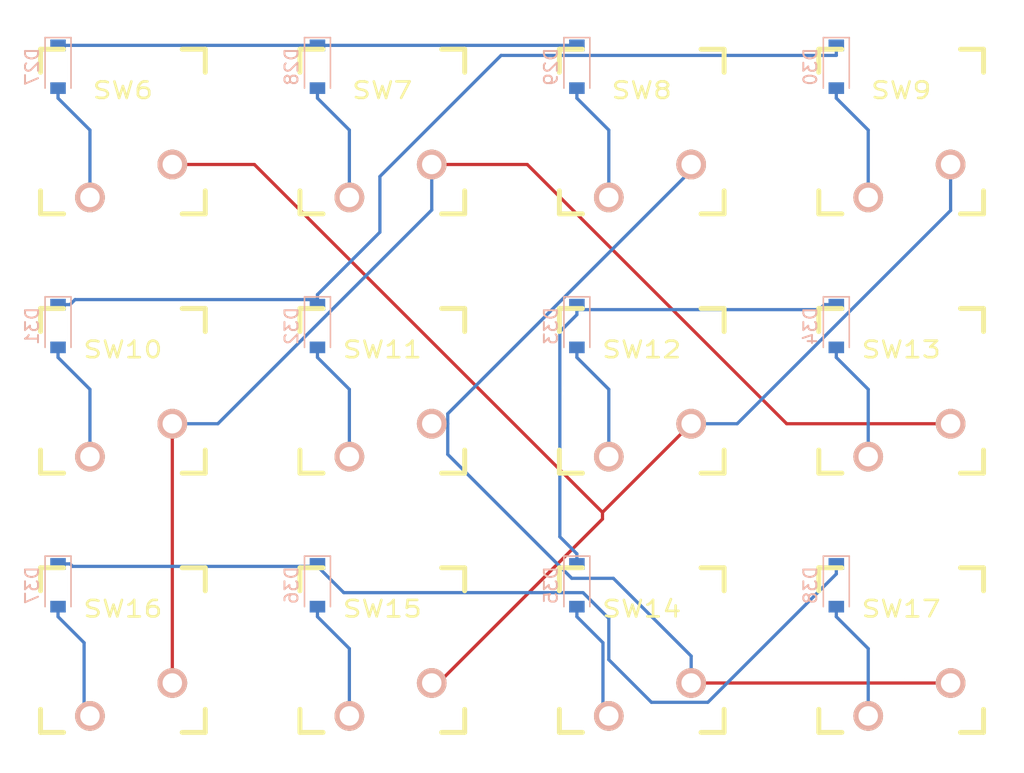
<source format=kicad_pcb>
(kicad_pcb (version 20171130) (host pcbnew 5.1.2-f72e74a~84~ubuntu18.04.1)

  (general
    (thickness 1.6)
    (drawings 0)
    (tracks 97)
    (zones 0)
    (modules 24)
    (nets 20)
  )

  (page A4)
  (layers
    (0 F.Cu signal)
    (31 B.Cu signal)
    (32 B.Adhes user)
    (33 F.Adhes user)
    (34 B.Paste user)
    (35 F.Paste user)
    (36 B.SilkS user)
    (37 F.SilkS user)
    (38 B.Mask user)
    (39 F.Mask user)
    (40 Dwgs.User user)
    (41 Cmts.User user)
    (42 Eco1.User user)
    (43 Eco2.User user)
    (44 Edge.Cuts user)
    (45 Margin user)
    (46 B.CrtYd user)
    (47 F.CrtYd user)
    (48 B.Fab user)
    (49 F.Fab user)
  )

  (setup
    (last_trace_width 0.25)
    (trace_clearance 0.2)
    (zone_clearance 0.508)
    (zone_45_only no)
    (trace_min 0.2)
    (via_size 0.8)
    (via_drill 0.4)
    (via_min_size 0.4)
    (via_min_drill 0.3)
    (uvia_size 0.3)
    (uvia_drill 0.1)
    (uvias_allowed no)
    (uvia_min_size 0.2)
    (uvia_min_drill 0.1)
    (edge_width 0.1)
    (segment_width 0.2)
    (pcb_text_width 0.3)
    (pcb_text_size 1.5 1.5)
    (mod_edge_width 0.15)
    (mod_text_size 1 1)
    (mod_text_width 0.15)
    (pad_size 1.524 1.524)
    (pad_drill 0.762)
    (pad_to_mask_clearance 0)
    (aux_axis_origin 0 0)
    (visible_elements FFFFFF7F)
    (pcbplotparams
      (layerselection 0x010fc_ffffffff)
      (usegerberextensions false)
      (usegerberattributes false)
      (usegerberadvancedattributes false)
      (creategerberjobfile false)
      (excludeedgelayer true)
      (linewidth 0.100000)
      (plotframeref false)
      (viasonmask false)
      (mode 1)
      (useauxorigin false)
      (hpglpennumber 1)
      (hpglpenspeed 20)
      (hpglpendiameter 15.000000)
      (psnegative false)
      (psa4output false)
      (plotreference true)
      (plotvalue true)
      (plotinvisibletext false)
      (padsonsilk false)
      (subtractmaskfromsilk false)
      (outputformat 1)
      (mirror false)
      (drillshape 1)
      (scaleselection 1)
      (outputdirectory ""))
  )

  (net 0 "")
  (net 1 "Net-(D27-Pad2)")
  (net 2 /ROW1)
  (net 3 "Net-(D28-Pad2)")
  (net 4 "Net-(D29-Pad2)")
  (net 5 "Net-(D30-Pad2)")
  (net 6 /ROW2)
  (net 7 "Net-(D31-Pad2)")
  (net 8 "Net-(D32-Pad2)")
  (net 9 "Net-(D33-Pad2)")
  (net 10 /ROW3)
  (net 11 "Net-(D34-Pad2)")
  (net 12 "Net-(D35-Pad2)")
  (net 13 "Net-(D36-Pad2)")
  (net 14 /ROW4)
  (net 15 "Net-(D37-Pad2)")
  (net 16 "Net-(D38-Pad2)")
  (net 17 /COL1)
  (net 18 /COL2)
  (net 19 /COL3)

  (net_class Default "This is the default net class."
    (clearance 0.2)
    (trace_width 0.25)
    (via_dia 0.8)
    (via_drill 0.4)
    (uvia_dia 0.3)
    (uvia_drill 0.1)
    (add_net /COL1)
    (add_net /COL2)
    (add_net /COL3)
    (add_net /ROW1)
    (add_net /ROW2)
    (add_net /ROW3)
    (add_net /ROW4)
    (add_net "Net-(D27-Pad2)")
    (add_net "Net-(D28-Pad2)")
    (add_net "Net-(D29-Pad2)")
    (add_net "Net-(D30-Pad2)")
    (add_net "Net-(D31-Pad2)")
    (add_net "Net-(D32-Pad2)")
    (add_net "Net-(D33-Pad2)")
    (add_net "Net-(D34-Pad2)")
    (add_net "Net-(D35-Pad2)")
    (add_net "Net-(D36-Pad2)")
    (add_net "Net-(D37-Pad2)")
    (add_net "Net-(D38-Pad2)")
  )

  (module footprint-lib:cherry_mx_without_led_100H (layer F.Cu) (tedit 5CF37F27) (tstamp 5CF3EE9B)
    (at 85 65 180)
    (descr "cherry mx keyboard key button")
    (tags "cherry mx keyboard key button")
    (path /5CF46C7E)
    (fp_text reference SW17 (at 0 3.175) (layer F.SilkS)
      (effects (font (size 1.27 1.524) (thickness 0.2032)))
    )
    (fp_text value KEY43 (at 0 5.08) (layer F.SilkS) hide
      (effects (font (size 1.27 1.524) (thickness 0.2032)))
    )
    (fp_text user 1.00u (at -5.715 8.255) (layer Dwgs.User)
      (effects (font (size 1.524 1.524) (thickness 0.3048)))
    )
    (fp_line (start -6.35 -6.35) (end 6.35 -6.35) (layer Cmts.User) (width 0.1524))
    (fp_line (start 6.35 -6.35) (end 6.35 6.35) (layer Cmts.User) (width 0.1524))
    (fp_line (start 6.35 6.35) (end -6.35 6.35) (layer Cmts.User) (width 0.1524))
    (fp_line (start -6.35 6.35) (end -6.35 -6.35) (layer Cmts.User) (width 0.1524))
    (fp_line (start -9.398 -9.398) (end 9.398 -9.398) (layer Dwgs.User) (width 0.1524))
    (fp_line (start 9.398 -9.398) (end 9.398 9.398) (layer Dwgs.User) (width 0.1524))
    (fp_line (start 9.398 9.398) (end -9.398 9.398) (layer Dwgs.User) (width 0.1524))
    (fp_line (start -9.398 9.398) (end -9.398 -9.398) (layer Dwgs.User) (width 0.1524))
    (fp_line (start -6.35 -6.35) (end -4.572 -6.35) (layer F.SilkS) (width 0.381))
    (fp_line (start 4.572 -6.35) (end 6.35 -6.35) (layer F.SilkS) (width 0.381))
    (fp_line (start 6.35 -6.35) (end 6.35 -4.572) (layer F.SilkS) (width 0.381))
    (fp_line (start 6.35 4.572) (end 6.35 6.35) (layer F.SilkS) (width 0.381))
    (fp_line (start 6.35 6.35) (end 4.572 6.35) (layer F.SilkS) (width 0.381))
    (fp_line (start -4.572 6.35) (end -6.35 6.35) (layer F.SilkS) (width 0.381))
    (fp_line (start -6.35 6.35) (end -6.35 4.572) (layer F.SilkS) (width 0.381))
    (fp_line (start -6.35 -4.572) (end -6.35 -6.35) (layer F.SilkS) (width 0.381))
    (fp_line (start -6.985 -6.985) (end 6.985 -6.985) (layer Eco2.User) (width 0.1524))
    (fp_line (start 6.985 -6.985) (end 6.985 6.985) (layer Eco2.User) (width 0.1524))
    (fp_line (start 6.985 6.985) (end -6.985 6.985) (layer Eco2.User) (width 0.1524))
    (fp_line (start -6.985 6.985) (end -6.985 -6.985) (layer Eco2.User) (width 0.1524))
    (pad 1 thru_hole circle (at 2.54 -5.08 180) (size 2.286 2.286) (drill 1.4986) (layers *.Cu *.SilkS *.Mask)
      (net 16 "Net-(D38-Pad2)"))
    (pad 2 thru_hole circle (at -3.81 -2.54 180) (size 2.286 2.286) (drill 1.4986) (layers *.Cu *.SilkS *.Mask)
      (net 19 /COL3))
    (pad HOLE np_thru_hole circle (at 0 0 180) (size 3.9878 3.9878) (drill 3.9878) (layers *.Cu))
    (pad HOLE np_thru_hole circle (at -5.08 0 180) (size 1.8 1.8) (drill 1.8) (layers *.Cu))
    (pad HOLE np_thru_hole circle (at 5.08 0 180) (size 1.8 1.8) (drill 1.8) (layers *.Cu))
    (model /home/logic/_workspace/kicad/kicad_library/kicad-packages3d/keyboard/MX.STEP
      (offset (xyz 7.25 7.25 6))
      (scale (xyz 1 1 1))
      (rotate (xyz -90 0 -180))
    )
  )

  (module footprint-lib:cherry_mx_without_led_100H (layer F.Cu) (tedit 5CF37F27) (tstamp 5CF3EE7D)
    (at 25 65 180)
    (descr "cherry mx keyboard key button")
    (tags "cherry mx keyboard key button")
    (path /5CF44276)
    (fp_text reference SW16 (at 0 3.175) (layer F.SilkS)
      (effects (font (size 1.27 1.524) (thickness 0.2032)))
    )
    (fp_text value KEY42 (at 0 5.08) (layer F.SilkS) hide
      (effects (font (size 1.27 1.524) (thickness 0.2032)))
    )
    (fp_text user 1.00u (at -5.715 8.255) (layer Dwgs.User)
      (effects (font (size 1.524 1.524) (thickness 0.3048)))
    )
    (fp_line (start -6.35 -6.35) (end 6.35 -6.35) (layer Cmts.User) (width 0.1524))
    (fp_line (start 6.35 -6.35) (end 6.35 6.35) (layer Cmts.User) (width 0.1524))
    (fp_line (start 6.35 6.35) (end -6.35 6.35) (layer Cmts.User) (width 0.1524))
    (fp_line (start -6.35 6.35) (end -6.35 -6.35) (layer Cmts.User) (width 0.1524))
    (fp_line (start -9.398 -9.398) (end 9.398 -9.398) (layer Dwgs.User) (width 0.1524))
    (fp_line (start 9.398 -9.398) (end 9.398 9.398) (layer Dwgs.User) (width 0.1524))
    (fp_line (start 9.398 9.398) (end -9.398 9.398) (layer Dwgs.User) (width 0.1524))
    (fp_line (start -9.398 9.398) (end -9.398 -9.398) (layer Dwgs.User) (width 0.1524))
    (fp_line (start -6.35 -6.35) (end -4.572 -6.35) (layer F.SilkS) (width 0.381))
    (fp_line (start 4.572 -6.35) (end 6.35 -6.35) (layer F.SilkS) (width 0.381))
    (fp_line (start 6.35 -6.35) (end 6.35 -4.572) (layer F.SilkS) (width 0.381))
    (fp_line (start 6.35 4.572) (end 6.35 6.35) (layer F.SilkS) (width 0.381))
    (fp_line (start 6.35 6.35) (end 4.572 6.35) (layer F.SilkS) (width 0.381))
    (fp_line (start -4.572 6.35) (end -6.35 6.35) (layer F.SilkS) (width 0.381))
    (fp_line (start -6.35 6.35) (end -6.35 4.572) (layer F.SilkS) (width 0.381))
    (fp_line (start -6.35 -4.572) (end -6.35 -6.35) (layer F.SilkS) (width 0.381))
    (fp_line (start -6.985 -6.985) (end 6.985 -6.985) (layer Eco2.User) (width 0.1524))
    (fp_line (start 6.985 -6.985) (end 6.985 6.985) (layer Eco2.User) (width 0.1524))
    (fp_line (start 6.985 6.985) (end -6.985 6.985) (layer Eco2.User) (width 0.1524))
    (fp_line (start -6.985 6.985) (end -6.985 -6.985) (layer Eco2.User) (width 0.1524))
    (pad 1 thru_hole circle (at 2.54 -5.08 180) (size 2.286 2.286) (drill 1.4986) (layers *.Cu *.SilkS *.Mask)
      (net 15 "Net-(D37-Pad2)"))
    (pad 2 thru_hole circle (at -3.81 -2.54 180) (size 2.286 2.286) (drill 1.4986) (layers *.Cu *.SilkS *.Mask)
      (net 18 /COL2))
    (pad HOLE np_thru_hole circle (at 0 0 180) (size 3.9878 3.9878) (drill 3.9878) (layers *.Cu))
    (pad HOLE np_thru_hole circle (at -5.08 0 180) (size 1.8 1.8) (drill 1.8) (layers *.Cu))
    (pad HOLE np_thru_hole circle (at 5.08 0 180) (size 1.8 1.8) (drill 1.8) (layers *.Cu))
    (model /home/logic/_workspace/kicad/kicad_library/kicad-packages3d/keyboard/MX.STEP
      (offset (xyz 7.25 7.25 6))
      (scale (xyz 1 1 1))
      (rotate (xyz -90 0 -180))
    )
  )

  (module footprint-lib:cherry_mx_without_led_100H (layer F.Cu) (tedit 5CF37F27) (tstamp 5CF3EE5F)
    (at 45 65 180)
    (descr "cherry mx keyboard key button")
    (tags "cherry mx keyboard key button")
    (path /5CF3EF02)
    (fp_text reference SW15 (at 0 3.175) (layer F.SilkS)
      (effects (font (size 1.27 1.524) (thickness 0.2032)))
    )
    (fp_text value KEY41 (at 0 5.08) (layer F.SilkS) hide
      (effects (font (size 1.27 1.524) (thickness 0.2032)))
    )
    (fp_text user 1.00u (at -5.715 8.255) (layer Dwgs.User)
      (effects (font (size 1.524 1.524) (thickness 0.3048)))
    )
    (fp_line (start -6.35 -6.35) (end 6.35 -6.35) (layer Cmts.User) (width 0.1524))
    (fp_line (start 6.35 -6.35) (end 6.35 6.35) (layer Cmts.User) (width 0.1524))
    (fp_line (start 6.35 6.35) (end -6.35 6.35) (layer Cmts.User) (width 0.1524))
    (fp_line (start -6.35 6.35) (end -6.35 -6.35) (layer Cmts.User) (width 0.1524))
    (fp_line (start -9.398 -9.398) (end 9.398 -9.398) (layer Dwgs.User) (width 0.1524))
    (fp_line (start 9.398 -9.398) (end 9.398 9.398) (layer Dwgs.User) (width 0.1524))
    (fp_line (start 9.398 9.398) (end -9.398 9.398) (layer Dwgs.User) (width 0.1524))
    (fp_line (start -9.398 9.398) (end -9.398 -9.398) (layer Dwgs.User) (width 0.1524))
    (fp_line (start -6.35 -6.35) (end -4.572 -6.35) (layer F.SilkS) (width 0.381))
    (fp_line (start 4.572 -6.35) (end 6.35 -6.35) (layer F.SilkS) (width 0.381))
    (fp_line (start 6.35 -6.35) (end 6.35 -4.572) (layer F.SilkS) (width 0.381))
    (fp_line (start 6.35 4.572) (end 6.35 6.35) (layer F.SilkS) (width 0.381))
    (fp_line (start 6.35 6.35) (end 4.572 6.35) (layer F.SilkS) (width 0.381))
    (fp_line (start -4.572 6.35) (end -6.35 6.35) (layer F.SilkS) (width 0.381))
    (fp_line (start -6.35 6.35) (end -6.35 4.572) (layer F.SilkS) (width 0.381))
    (fp_line (start -6.35 -4.572) (end -6.35 -6.35) (layer F.SilkS) (width 0.381))
    (fp_line (start -6.985 -6.985) (end 6.985 -6.985) (layer Eco2.User) (width 0.1524))
    (fp_line (start 6.985 -6.985) (end 6.985 6.985) (layer Eco2.User) (width 0.1524))
    (fp_line (start 6.985 6.985) (end -6.985 6.985) (layer Eco2.User) (width 0.1524))
    (fp_line (start -6.985 6.985) (end -6.985 -6.985) (layer Eco2.User) (width 0.1524))
    (pad 1 thru_hole circle (at 2.54 -5.08 180) (size 2.286 2.286) (drill 1.4986) (layers *.Cu *.SilkS *.Mask)
      (net 13 "Net-(D36-Pad2)"))
    (pad 2 thru_hole circle (at -3.81 -2.54 180) (size 2.286 2.286) (drill 1.4986) (layers *.Cu *.SilkS *.Mask)
      (net 17 /COL1))
    (pad HOLE np_thru_hole circle (at 0 0 180) (size 3.9878 3.9878) (drill 3.9878) (layers *.Cu))
    (pad HOLE np_thru_hole circle (at -5.08 0 180) (size 1.8 1.8) (drill 1.8) (layers *.Cu))
    (pad HOLE np_thru_hole circle (at 5.08 0 180) (size 1.8 1.8) (drill 1.8) (layers *.Cu))
    (model /home/logic/_workspace/kicad/kicad_library/kicad-packages3d/keyboard/MX.STEP
      (offset (xyz 7.25 7.25 6))
      (scale (xyz 1 1 1))
      (rotate (xyz -90 0 -180))
    )
  )

  (module footprint-lib:cherry_mx_without_led_100H (layer F.Cu) (tedit 5CF37F27) (tstamp 5CF3EE41)
    (at 65 65 180)
    (descr "cherry mx keyboard key button")
    (tags "cherry mx keyboard key button")
    (path /5CF46C68)
    (fp_text reference SW14 (at 0 3.175) (layer F.SilkS)
      (effects (font (size 1.27 1.524) (thickness 0.2032)))
    )
    (fp_text value KEY33 (at 0 5.08) (layer F.SilkS) hide
      (effects (font (size 1.27 1.524) (thickness 0.2032)))
    )
    (fp_text user 1.00u (at -5.715 8.255) (layer Dwgs.User)
      (effects (font (size 1.524 1.524) (thickness 0.3048)))
    )
    (fp_line (start -6.35 -6.35) (end 6.35 -6.35) (layer Cmts.User) (width 0.1524))
    (fp_line (start 6.35 -6.35) (end 6.35 6.35) (layer Cmts.User) (width 0.1524))
    (fp_line (start 6.35 6.35) (end -6.35 6.35) (layer Cmts.User) (width 0.1524))
    (fp_line (start -6.35 6.35) (end -6.35 -6.35) (layer Cmts.User) (width 0.1524))
    (fp_line (start -9.398 -9.398) (end 9.398 -9.398) (layer Dwgs.User) (width 0.1524))
    (fp_line (start 9.398 -9.398) (end 9.398 9.398) (layer Dwgs.User) (width 0.1524))
    (fp_line (start 9.398 9.398) (end -9.398 9.398) (layer Dwgs.User) (width 0.1524))
    (fp_line (start -9.398 9.398) (end -9.398 -9.398) (layer Dwgs.User) (width 0.1524))
    (fp_line (start -6.35 -6.35) (end -4.572 -6.35) (layer F.SilkS) (width 0.381))
    (fp_line (start 4.572 -6.35) (end 6.35 -6.35) (layer F.SilkS) (width 0.381))
    (fp_line (start 6.35 -6.35) (end 6.35 -4.572) (layer F.SilkS) (width 0.381))
    (fp_line (start 6.35 4.572) (end 6.35 6.35) (layer F.SilkS) (width 0.381))
    (fp_line (start 6.35 6.35) (end 4.572 6.35) (layer F.SilkS) (width 0.381))
    (fp_line (start -4.572 6.35) (end -6.35 6.35) (layer F.SilkS) (width 0.381))
    (fp_line (start -6.35 6.35) (end -6.35 4.572) (layer F.SilkS) (width 0.381))
    (fp_line (start -6.35 -4.572) (end -6.35 -6.35) (layer F.SilkS) (width 0.381))
    (fp_line (start -6.985 -6.985) (end 6.985 -6.985) (layer Eco2.User) (width 0.1524))
    (fp_line (start 6.985 -6.985) (end 6.985 6.985) (layer Eco2.User) (width 0.1524))
    (fp_line (start 6.985 6.985) (end -6.985 6.985) (layer Eco2.User) (width 0.1524))
    (fp_line (start -6.985 6.985) (end -6.985 -6.985) (layer Eco2.User) (width 0.1524))
    (pad 1 thru_hole circle (at 2.54 -5.08 180) (size 2.286 2.286) (drill 1.4986) (layers *.Cu *.SilkS *.Mask)
      (net 12 "Net-(D35-Pad2)"))
    (pad 2 thru_hole circle (at -3.81 -2.54 180) (size 2.286 2.286) (drill 1.4986) (layers *.Cu *.SilkS *.Mask)
      (net 19 /COL3))
    (pad HOLE np_thru_hole circle (at 0 0 180) (size 3.9878 3.9878) (drill 3.9878) (layers *.Cu))
    (pad HOLE np_thru_hole circle (at -5.08 0 180) (size 1.8 1.8) (drill 1.8) (layers *.Cu))
    (pad HOLE np_thru_hole circle (at 5.08 0 180) (size 1.8 1.8) (drill 1.8) (layers *.Cu))
    (model /home/logic/_workspace/kicad/kicad_library/kicad-packages3d/keyboard/MX.STEP
      (offset (xyz 7.25 7.25 6))
      (scale (xyz 1 1 1))
      (rotate (xyz -90 0 -180))
    )
  )

  (module footprint-lib:cherry_mx_without_led_100H (layer F.Cu) (tedit 5CF37F27) (tstamp 5CF3EE23)
    (at 85 45 180)
    (descr "cherry mx keyboard key button")
    (tags "cherry mx keyboard key button")
    (path /5CF44260)
    (fp_text reference SW13 (at 0 3.175) (layer F.SilkS)
      (effects (font (size 1.27 1.524) (thickness 0.2032)))
    )
    (fp_text value KEY32 (at 0 5.08) (layer F.SilkS) hide
      (effects (font (size 1.27 1.524) (thickness 0.2032)))
    )
    (fp_text user 1.00u (at -5.715 8.255) (layer Dwgs.User)
      (effects (font (size 1.524 1.524) (thickness 0.3048)))
    )
    (fp_line (start -6.35 -6.35) (end 6.35 -6.35) (layer Cmts.User) (width 0.1524))
    (fp_line (start 6.35 -6.35) (end 6.35 6.35) (layer Cmts.User) (width 0.1524))
    (fp_line (start 6.35 6.35) (end -6.35 6.35) (layer Cmts.User) (width 0.1524))
    (fp_line (start -6.35 6.35) (end -6.35 -6.35) (layer Cmts.User) (width 0.1524))
    (fp_line (start -9.398 -9.398) (end 9.398 -9.398) (layer Dwgs.User) (width 0.1524))
    (fp_line (start 9.398 -9.398) (end 9.398 9.398) (layer Dwgs.User) (width 0.1524))
    (fp_line (start 9.398 9.398) (end -9.398 9.398) (layer Dwgs.User) (width 0.1524))
    (fp_line (start -9.398 9.398) (end -9.398 -9.398) (layer Dwgs.User) (width 0.1524))
    (fp_line (start -6.35 -6.35) (end -4.572 -6.35) (layer F.SilkS) (width 0.381))
    (fp_line (start 4.572 -6.35) (end 6.35 -6.35) (layer F.SilkS) (width 0.381))
    (fp_line (start 6.35 -6.35) (end 6.35 -4.572) (layer F.SilkS) (width 0.381))
    (fp_line (start 6.35 4.572) (end 6.35 6.35) (layer F.SilkS) (width 0.381))
    (fp_line (start 6.35 6.35) (end 4.572 6.35) (layer F.SilkS) (width 0.381))
    (fp_line (start -4.572 6.35) (end -6.35 6.35) (layer F.SilkS) (width 0.381))
    (fp_line (start -6.35 6.35) (end -6.35 4.572) (layer F.SilkS) (width 0.381))
    (fp_line (start -6.35 -4.572) (end -6.35 -6.35) (layer F.SilkS) (width 0.381))
    (fp_line (start -6.985 -6.985) (end 6.985 -6.985) (layer Eco2.User) (width 0.1524))
    (fp_line (start 6.985 -6.985) (end 6.985 6.985) (layer Eco2.User) (width 0.1524))
    (fp_line (start 6.985 6.985) (end -6.985 6.985) (layer Eco2.User) (width 0.1524))
    (fp_line (start -6.985 6.985) (end -6.985 -6.985) (layer Eco2.User) (width 0.1524))
    (pad 1 thru_hole circle (at 2.54 -5.08 180) (size 2.286 2.286) (drill 1.4986) (layers *.Cu *.SilkS *.Mask)
      (net 11 "Net-(D34-Pad2)"))
    (pad 2 thru_hole circle (at -3.81 -2.54 180) (size 2.286 2.286) (drill 1.4986) (layers *.Cu *.SilkS *.Mask)
      (net 18 /COL2))
    (pad HOLE np_thru_hole circle (at 0 0 180) (size 3.9878 3.9878) (drill 3.9878) (layers *.Cu))
    (pad HOLE np_thru_hole circle (at -5.08 0 180) (size 1.8 1.8) (drill 1.8) (layers *.Cu))
    (pad HOLE np_thru_hole circle (at 5.08 0 180) (size 1.8 1.8) (drill 1.8) (layers *.Cu))
    (model /home/logic/_workspace/kicad/kicad_library/kicad-packages3d/keyboard/MX.STEP
      (offset (xyz 7.25 7.25 6))
      (scale (xyz 1 1 1))
      (rotate (xyz -90 0 -180))
    )
  )

  (module footprint-lib:cherry_mx_without_led_100H (layer F.Cu) (tedit 5CF37F27) (tstamp 5CF400DC)
    (at 65 45 180)
    (descr "cherry mx keyboard key button")
    (tags "cherry mx keyboard key button")
    (path /5CF3EEEC)
    (fp_text reference SW12 (at 0 3.175) (layer F.SilkS)
      (effects (font (size 1.27 1.524) (thickness 0.2032)))
    )
    (fp_text value KEY31 (at 0 5.08) (layer F.SilkS) hide
      (effects (font (size 1.27 1.524) (thickness 0.2032)))
    )
    (fp_text user 1.00u (at -5.715 8.255) (layer Dwgs.User)
      (effects (font (size 1.524 1.524) (thickness 0.3048)))
    )
    (fp_line (start -6.35 -6.35) (end 6.35 -6.35) (layer Cmts.User) (width 0.1524))
    (fp_line (start 6.35 -6.35) (end 6.35 6.35) (layer Cmts.User) (width 0.1524))
    (fp_line (start 6.35 6.35) (end -6.35 6.35) (layer Cmts.User) (width 0.1524))
    (fp_line (start -6.35 6.35) (end -6.35 -6.35) (layer Cmts.User) (width 0.1524))
    (fp_line (start -9.398 -9.398) (end 9.398 -9.398) (layer Dwgs.User) (width 0.1524))
    (fp_line (start 9.398 -9.398) (end 9.398 9.398) (layer Dwgs.User) (width 0.1524))
    (fp_line (start 9.398 9.398) (end -9.398 9.398) (layer Dwgs.User) (width 0.1524))
    (fp_line (start -9.398 9.398) (end -9.398 -9.398) (layer Dwgs.User) (width 0.1524))
    (fp_line (start -6.35 -6.35) (end -4.572 -6.35) (layer F.SilkS) (width 0.381))
    (fp_line (start 4.572 -6.35) (end 6.35 -6.35) (layer F.SilkS) (width 0.381))
    (fp_line (start 6.35 -6.35) (end 6.35 -4.572) (layer F.SilkS) (width 0.381))
    (fp_line (start 6.35 4.572) (end 6.35 6.35) (layer F.SilkS) (width 0.381))
    (fp_line (start 6.35 6.35) (end 4.572 6.35) (layer F.SilkS) (width 0.381))
    (fp_line (start -4.572 6.35) (end -6.35 6.35) (layer F.SilkS) (width 0.381))
    (fp_line (start -6.35 6.35) (end -6.35 4.572) (layer F.SilkS) (width 0.381))
    (fp_line (start -6.35 -4.572) (end -6.35 -6.35) (layer F.SilkS) (width 0.381))
    (fp_line (start -6.985 -6.985) (end 6.985 -6.985) (layer Eco2.User) (width 0.1524))
    (fp_line (start 6.985 -6.985) (end 6.985 6.985) (layer Eco2.User) (width 0.1524))
    (fp_line (start 6.985 6.985) (end -6.985 6.985) (layer Eco2.User) (width 0.1524))
    (fp_line (start -6.985 6.985) (end -6.985 -6.985) (layer Eco2.User) (width 0.1524))
    (pad 1 thru_hole circle (at 2.54 -5.08 180) (size 2.286 2.286) (drill 1.4986) (layers *.Cu *.SilkS *.Mask)
      (net 9 "Net-(D33-Pad2)"))
    (pad 2 thru_hole circle (at -3.81 -2.54 180) (size 2.286 2.286) (drill 1.4986) (layers *.Cu *.SilkS *.Mask)
      (net 17 /COL1))
    (pad HOLE np_thru_hole circle (at 0 0 180) (size 3.9878 3.9878) (drill 3.9878) (layers *.Cu))
    (pad HOLE np_thru_hole circle (at -5.08 0 180) (size 1.8 1.8) (drill 1.8) (layers *.Cu))
    (pad HOLE np_thru_hole circle (at 5.08 0 180) (size 1.8 1.8) (drill 1.8) (layers *.Cu))
    (model /home/logic/_workspace/kicad/kicad_library/kicad-packages3d/keyboard/MX.STEP
      (offset (xyz 7.25 7.25 6))
      (scale (xyz 1 1 1))
      (rotate (xyz -90 0 -180))
    )
  )

  (module footprint-lib:cherry_mx_without_led_100H (layer F.Cu) (tedit 5CF37F27) (tstamp 5CF3EDE7)
    (at 45 45 180)
    (descr "cherry mx keyboard key button")
    (tags "cherry mx keyboard key button")
    (path /5CF46C52)
    (fp_text reference SW11 (at 0 3.175) (layer F.SilkS)
      (effects (font (size 1.27 1.524) (thickness 0.2032)))
    )
    (fp_text value KEY23 (at 0 5.08) (layer F.SilkS) hide
      (effects (font (size 1.27 1.524) (thickness 0.2032)))
    )
    (fp_text user 1.00u (at -5.715 8.255) (layer Dwgs.User)
      (effects (font (size 1.524 1.524) (thickness 0.3048)))
    )
    (fp_line (start -6.35 -6.35) (end 6.35 -6.35) (layer Cmts.User) (width 0.1524))
    (fp_line (start 6.35 -6.35) (end 6.35 6.35) (layer Cmts.User) (width 0.1524))
    (fp_line (start 6.35 6.35) (end -6.35 6.35) (layer Cmts.User) (width 0.1524))
    (fp_line (start -6.35 6.35) (end -6.35 -6.35) (layer Cmts.User) (width 0.1524))
    (fp_line (start -9.398 -9.398) (end 9.398 -9.398) (layer Dwgs.User) (width 0.1524))
    (fp_line (start 9.398 -9.398) (end 9.398 9.398) (layer Dwgs.User) (width 0.1524))
    (fp_line (start 9.398 9.398) (end -9.398 9.398) (layer Dwgs.User) (width 0.1524))
    (fp_line (start -9.398 9.398) (end -9.398 -9.398) (layer Dwgs.User) (width 0.1524))
    (fp_line (start -6.35 -6.35) (end -4.572 -6.35) (layer F.SilkS) (width 0.381))
    (fp_line (start 4.572 -6.35) (end 6.35 -6.35) (layer F.SilkS) (width 0.381))
    (fp_line (start 6.35 -6.35) (end 6.35 -4.572) (layer F.SilkS) (width 0.381))
    (fp_line (start 6.35 4.572) (end 6.35 6.35) (layer F.SilkS) (width 0.381))
    (fp_line (start 6.35 6.35) (end 4.572 6.35) (layer F.SilkS) (width 0.381))
    (fp_line (start -4.572 6.35) (end -6.35 6.35) (layer F.SilkS) (width 0.381))
    (fp_line (start -6.35 6.35) (end -6.35 4.572) (layer F.SilkS) (width 0.381))
    (fp_line (start -6.35 -4.572) (end -6.35 -6.35) (layer F.SilkS) (width 0.381))
    (fp_line (start -6.985 -6.985) (end 6.985 -6.985) (layer Eco2.User) (width 0.1524))
    (fp_line (start 6.985 -6.985) (end 6.985 6.985) (layer Eco2.User) (width 0.1524))
    (fp_line (start 6.985 6.985) (end -6.985 6.985) (layer Eco2.User) (width 0.1524))
    (fp_line (start -6.985 6.985) (end -6.985 -6.985) (layer Eco2.User) (width 0.1524))
    (pad 1 thru_hole circle (at 2.54 -5.08 180) (size 2.286 2.286) (drill 1.4986) (layers *.Cu *.SilkS *.Mask)
      (net 8 "Net-(D32-Pad2)"))
    (pad 2 thru_hole circle (at -3.81 -2.54 180) (size 2.286 2.286) (drill 1.4986) (layers *.Cu *.SilkS *.Mask)
      (net 19 /COL3))
    (pad HOLE np_thru_hole circle (at 0 0 180) (size 3.9878 3.9878) (drill 3.9878) (layers *.Cu))
    (pad HOLE np_thru_hole circle (at -5.08 0 180) (size 1.8 1.8) (drill 1.8) (layers *.Cu))
    (pad HOLE np_thru_hole circle (at 5.08 0 180) (size 1.8 1.8) (drill 1.8) (layers *.Cu))
    (model /home/logic/_workspace/kicad/kicad_library/kicad-packages3d/keyboard/MX.STEP
      (offset (xyz 7.25 7.25 6))
      (scale (xyz 1 1 1))
      (rotate (xyz -90 0 -180))
    )
  )

  (module footprint-lib:cherry_mx_without_led_100H (layer F.Cu) (tedit 5CF37F27) (tstamp 5CF3EDC9)
    (at 25 45 180)
    (descr "cherry mx keyboard key button")
    (tags "cherry mx keyboard key button")
    (path /5CF4424A)
    (fp_text reference SW10 (at 0 3.175) (layer F.SilkS)
      (effects (font (size 1.27 1.524) (thickness 0.2032)))
    )
    (fp_text value KEY22 (at 0 5.08) (layer F.SilkS) hide
      (effects (font (size 1.27 1.524) (thickness 0.2032)))
    )
    (fp_text user 1.00u (at -5.715 8.255) (layer Dwgs.User)
      (effects (font (size 1.524 1.524) (thickness 0.3048)))
    )
    (fp_line (start -6.35 -6.35) (end 6.35 -6.35) (layer Cmts.User) (width 0.1524))
    (fp_line (start 6.35 -6.35) (end 6.35 6.35) (layer Cmts.User) (width 0.1524))
    (fp_line (start 6.35 6.35) (end -6.35 6.35) (layer Cmts.User) (width 0.1524))
    (fp_line (start -6.35 6.35) (end -6.35 -6.35) (layer Cmts.User) (width 0.1524))
    (fp_line (start -9.398 -9.398) (end 9.398 -9.398) (layer Dwgs.User) (width 0.1524))
    (fp_line (start 9.398 -9.398) (end 9.398 9.398) (layer Dwgs.User) (width 0.1524))
    (fp_line (start 9.398 9.398) (end -9.398 9.398) (layer Dwgs.User) (width 0.1524))
    (fp_line (start -9.398 9.398) (end -9.398 -9.398) (layer Dwgs.User) (width 0.1524))
    (fp_line (start -6.35 -6.35) (end -4.572 -6.35) (layer F.SilkS) (width 0.381))
    (fp_line (start 4.572 -6.35) (end 6.35 -6.35) (layer F.SilkS) (width 0.381))
    (fp_line (start 6.35 -6.35) (end 6.35 -4.572) (layer F.SilkS) (width 0.381))
    (fp_line (start 6.35 4.572) (end 6.35 6.35) (layer F.SilkS) (width 0.381))
    (fp_line (start 6.35 6.35) (end 4.572 6.35) (layer F.SilkS) (width 0.381))
    (fp_line (start -4.572 6.35) (end -6.35 6.35) (layer F.SilkS) (width 0.381))
    (fp_line (start -6.35 6.35) (end -6.35 4.572) (layer F.SilkS) (width 0.381))
    (fp_line (start -6.35 -4.572) (end -6.35 -6.35) (layer F.SilkS) (width 0.381))
    (fp_line (start -6.985 -6.985) (end 6.985 -6.985) (layer Eco2.User) (width 0.1524))
    (fp_line (start 6.985 -6.985) (end 6.985 6.985) (layer Eco2.User) (width 0.1524))
    (fp_line (start 6.985 6.985) (end -6.985 6.985) (layer Eco2.User) (width 0.1524))
    (fp_line (start -6.985 6.985) (end -6.985 -6.985) (layer Eco2.User) (width 0.1524))
    (pad 1 thru_hole circle (at 2.54 -5.08 180) (size 2.286 2.286) (drill 1.4986) (layers *.Cu *.SilkS *.Mask)
      (net 7 "Net-(D31-Pad2)"))
    (pad 2 thru_hole circle (at -3.81 -2.54 180) (size 2.286 2.286) (drill 1.4986) (layers *.Cu *.SilkS *.Mask)
      (net 18 /COL2))
    (pad HOLE np_thru_hole circle (at 0 0 180) (size 3.9878 3.9878) (drill 3.9878) (layers *.Cu))
    (pad HOLE np_thru_hole circle (at -5.08 0 180) (size 1.8 1.8) (drill 1.8) (layers *.Cu))
    (pad HOLE np_thru_hole circle (at 5.08 0 180) (size 1.8 1.8) (drill 1.8) (layers *.Cu))
    (model /home/logic/_workspace/kicad/kicad_library/kicad-packages3d/keyboard/MX.STEP
      (offset (xyz 7.25 7.25 6))
      (scale (xyz 1 1 1))
      (rotate (xyz -90 0 -180))
    )
  )

  (module footprint-lib:cherry_mx_without_led_100H (layer F.Cu) (tedit 5CF37F27) (tstamp 5CF3EDAB)
    (at 85 25 180)
    (descr "cherry mx keyboard key button")
    (tags "cherry mx keyboard key button")
    (path /5CF3E618)
    (fp_text reference SW9 (at 0 3.175) (layer F.SilkS)
      (effects (font (size 1.27 1.524) (thickness 0.2032)))
    )
    (fp_text value KEY21 (at 0 5.08) (layer F.SilkS) hide
      (effects (font (size 1.27 1.524) (thickness 0.2032)))
    )
    (fp_text user 1.00u (at -5.715 8.255) (layer Dwgs.User)
      (effects (font (size 1.524 1.524) (thickness 0.3048)))
    )
    (fp_line (start -6.35 -6.35) (end 6.35 -6.35) (layer Cmts.User) (width 0.1524))
    (fp_line (start 6.35 -6.35) (end 6.35 6.35) (layer Cmts.User) (width 0.1524))
    (fp_line (start 6.35 6.35) (end -6.35 6.35) (layer Cmts.User) (width 0.1524))
    (fp_line (start -6.35 6.35) (end -6.35 -6.35) (layer Cmts.User) (width 0.1524))
    (fp_line (start -9.398 -9.398) (end 9.398 -9.398) (layer Dwgs.User) (width 0.1524))
    (fp_line (start 9.398 -9.398) (end 9.398 9.398) (layer Dwgs.User) (width 0.1524))
    (fp_line (start 9.398 9.398) (end -9.398 9.398) (layer Dwgs.User) (width 0.1524))
    (fp_line (start -9.398 9.398) (end -9.398 -9.398) (layer Dwgs.User) (width 0.1524))
    (fp_line (start -6.35 -6.35) (end -4.572 -6.35) (layer F.SilkS) (width 0.381))
    (fp_line (start 4.572 -6.35) (end 6.35 -6.35) (layer F.SilkS) (width 0.381))
    (fp_line (start 6.35 -6.35) (end 6.35 -4.572) (layer F.SilkS) (width 0.381))
    (fp_line (start 6.35 4.572) (end 6.35 6.35) (layer F.SilkS) (width 0.381))
    (fp_line (start 6.35 6.35) (end 4.572 6.35) (layer F.SilkS) (width 0.381))
    (fp_line (start -4.572 6.35) (end -6.35 6.35) (layer F.SilkS) (width 0.381))
    (fp_line (start -6.35 6.35) (end -6.35 4.572) (layer F.SilkS) (width 0.381))
    (fp_line (start -6.35 -4.572) (end -6.35 -6.35) (layer F.SilkS) (width 0.381))
    (fp_line (start -6.985 -6.985) (end 6.985 -6.985) (layer Eco2.User) (width 0.1524))
    (fp_line (start 6.985 -6.985) (end 6.985 6.985) (layer Eco2.User) (width 0.1524))
    (fp_line (start 6.985 6.985) (end -6.985 6.985) (layer Eco2.User) (width 0.1524))
    (fp_line (start -6.985 6.985) (end -6.985 -6.985) (layer Eco2.User) (width 0.1524))
    (pad 1 thru_hole circle (at 2.54 -5.08 180) (size 2.286 2.286) (drill 1.4986) (layers *.Cu *.SilkS *.Mask)
      (net 5 "Net-(D30-Pad2)"))
    (pad 2 thru_hole circle (at -3.81 -2.54 180) (size 2.286 2.286) (drill 1.4986) (layers *.Cu *.SilkS *.Mask)
      (net 17 /COL1))
    (pad HOLE np_thru_hole circle (at 0 0 180) (size 3.9878 3.9878) (drill 3.9878) (layers *.Cu))
    (pad HOLE np_thru_hole circle (at -5.08 0 180) (size 1.8 1.8) (drill 1.8) (layers *.Cu))
    (pad HOLE np_thru_hole circle (at 5.08 0 180) (size 1.8 1.8) (drill 1.8) (layers *.Cu))
    (model /home/logic/_workspace/kicad/kicad_library/kicad-packages3d/keyboard/MX.STEP
      (offset (xyz 7.25 7.25 6))
      (scale (xyz 1 1 1))
      (rotate (xyz -90 0 -180))
    )
  )

  (module footprint-lib:cherry_mx_without_led_100H (layer F.Cu) (tedit 5CF37F27) (tstamp 5CF3ED8D)
    (at 65 25 180)
    (descr "cherry mx keyboard key button")
    (tags "cherry mx keyboard key button")
    (path /5CF46C3C)
    (fp_text reference SW8 (at 0 3.175) (layer F.SilkS)
      (effects (font (size 1.27 1.524) (thickness 0.2032)))
    )
    (fp_text value KEY13 (at 0 5.08) (layer F.SilkS) hide
      (effects (font (size 1.27 1.524) (thickness 0.2032)))
    )
    (fp_text user 1.00u (at -5.715 8.255) (layer Dwgs.User)
      (effects (font (size 1.524 1.524) (thickness 0.3048)))
    )
    (fp_line (start -6.35 -6.35) (end 6.35 -6.35) (layer Cmts.User) (width 0.1524))
    (fp_line (start 6.35 -6.35) (end 6.35 6.35) (layer Cmts.User) (width 0.1524))
    (fp_line (start 6.35 6.35) (end -6.35 6.35) (layer Cmts.User) (width 0.1524))
    (fp_line (start -6.35 6.35) (end -6.35 -6.35) (layer Cmts.User) (width 0.1524))
    (fp_line (start -9.398 -9.398) (end 9.398 -9.398) (layer Dwgs.User) (width 0.1524))
    (fp_line (start 9.398 -9.398) (end 9.398 9.398) (layer Dwgs.User) (width 0.1524))
    (fp_line (start 9.398 9.398) (end -9.398 9.398) (layer Dwgs.User) (width 0.1524))
    (fp_line (start -9.398 9.398) (end -9.398 -9.398) (layer Dwgs.User) (width 0.1524))
    (fp_line (start -6.35 -6.35) (end -4.572 -6.35) (layer F.SilkS) (width 0.381))
    (fp_line (start 4.572 -6.35) (end 6.35 -6.35) (layer F.SilkS) (width 0.381))
    (fp_line (start 6.35 -6.35) (end 6.35 -4.572) (layer F.SilkS) (width 0.381))
    (fp_line (start 6.35 4.572) (end 6.35 6.35) (layer F.SilkS) (width 0.381))
    (fp_line (start 6.35 6.35) (end 4.572 6.35) (layer F.SilkS) (width 0.381))
    (fp_line (start -4.572 6.35) (end -6.35 6.35) (layer F.SilkS) (width 0.381))
    (fp_line (start -6.35 6.35) (end -6.35 4.572) (layer F.SilkS) (width 0.381))
    (fp_line (start -6.35 -4.572) (end -6.35 -6.35) (layer F.SilkS) (width 0.381))
    (fp_line (start -6.985 -6.985) (end 6.985 -6.985) (layer Eco2.User) (width 0.1524))
    (fp_line (start 6.985 -6.985) (end 6.985 6.985) (layer Eco2.User) (width 0.1524))
    (fp_line (start 6.985 6.985) (end -6.985 6.985) (layer Eco2.User) (width 0.1524))
    (fp_line (start -6.985 6.985) (end -6.985 -6.985) (layer Eco2.User) (width 0.1524))
    (pad 1 thru_hole circle (at 2.54 -5.08 180) (size 2.286 2.286) (drill 1.4986) (layers *.Cu *.SilkS *.Mask)
      (net 4 "Net-(D29-Pad2)"))
    (pad 2 thru_hole circle (at -3.81 -2.54 180) (size 2.286 2.286) (drill 1.4986) (layers *.Cu *.SilkS *.Mask)
      (net 19 /COL3))
    (pad HOLE np_thru_hole circle (at 0 0 180) (size 3.9878 3.9878) (drill 3.9878) (layers *.Cu))
    (pad HOLE np_thru_hole circle (at -5.08 0 180) (size 1.8 1.8) (drill 1.8) (layers *.Cu))
    (pad HOLE np_thru_hole circle (at 5.08 0 180) (size 1.8 1.8) (drill 1.8) (layers *.Cu))
    (model /home/logic/_workspace/kicad/kicad_library/kicad-packages3d/keyboard/MX.STEP
      (offset (xyz 7.25 7.25 6))
      (scale (xyz 1 1 1))
      (rotate (xyz -90 0 -180))
    )
  )

  (module footprint-lib:cherry_mx_without_led_100H (layer F.Cu) (tedit 5CF37F27) (tstamp 5CF3ED6F)
    (at 45 25 180)
    (descr "cherry mx keyboard key button")
    (tags "cherry mx keyboard key button")
    (path /5CF44234)
    (fp_text reference SW7 (at 0 3.175) (layer F.SilkS)
      (effects (font (size 1.27 1.524) (thickness 0.2032)))
    )
    (fp_text value KEY12 (at 0 5.08) (layer F.SilkS) hide
      (effects (font (size 1.27 1.524) (thickness 0.2032)))
    )
    (fp_text user 1.00u (at -5.715 8.255) (layer Dwgs.User)
      (effects (font (size 1.524 1.524) (thickness 0.3048)))
    )
    (fp_line (start -6.35 -6.35) (end 6.35 -6.35) (layer Cmts.User) (width 0.1524))
    (fp_line (start 6.35 -6.35) (end 6.35 6.35) (layer Cmts.User) (width 0.1524))
    (fp_line (start 6.35 6.35) (end -6.35 6.35) (layer Cmts.User) (width 0.1524))
    (fp_line (start -6.35 6.35) (end -6.35 -6.35) (layer Cmts.User) (width 0.1524))
    (fp_line (start -9.398 -9.398) (end 9.398 -9.398) (layer Dwgs.User) (width 0.1524))
    (fp_line (start 9.398 -9.398) (end 9.398 9.398) (layer Dwgs.User) (width 0.1524))
    (fp_line (start 9.398 9.398) (end -9.398 9.398) (layer Dwgs.User) (width 0.1524))
    (fp_line (start -9.398 9.398) (end -9.398 -9.398) (layer Dwgs.User) (width 0.1524))
    (fp_line (start -6.35 -6.35) (end -4.572 -6.35) (layer F.SilkS) (width 0.381))
    (fp_line (start 4.572 -6.35) (end 6.35 -6.35) (layer F.SilkS) (width 0.381))
    (fp_line (start 6.35 -6.35) (end 6.35 -4.572) (layer F.SilkS) (width 0.381))
    (fp_line (start 6.35 4.572) (end 6.35 6.35) (layer F.SilkS) (width 0.381))
    (fp_line (start 6.35 6.35) (end 4.572 6.35) (layer F.SilkS) (width 0.381))
    (fp_line (start -4.572 6.35) (end -6.35 6.35) (layer F.SilkS) (width 0.381))
    (fp_line (start -6.35 6.35) (end -6.35 4.572) (layer F.SilkS) (width 0.381))
    (fp_line (start -6.35 -4.572) (end -6.35 -6.35) (layer F.SilkS) (width 0.381))
    (fp_line (start -6.985 -6.985) (end 6.985 -6.985) (layer Eco2.User) (width 0.1524))
    (fp_line (start 6.985 -6.985) (end 6.985 6.985) (layer Eco2.User) (width 0.1524))
    (fp_line (start 6.985 6.985) (end -6.985 6.985) (layer Eco2.User) (width 0.1524))
    (fp_line (start -6.985 6.985) (end -6.985 -6.985) (layer Eco2.User) (width 0.1524))
    (pad 1 thru_hole circle (at 2.54 -5.08 180) (size 2.286 2.286) (drill 1.4986) (layers *.Cu *.SilkS *.Mask)
      (net 3 "Net-(D28-Pad2)"))
    (pad 2 thru_hole circle (at -3.81 -2.54 180) (size 2.286 2.286) (drill 1.4986) (layers *.Cu *.SilkS *.Mask)
      (net 18 /COL2))
    (pad HOLE np_thru_hole circle (at 0 0 180) (size 3.9878 3.9878) (drill 3.9878) (layers *.Cu))
    (pad HOLE np_thru_hole circle (at -5.08 0 180) (size 1.8 1.8) (drill 1.8) (layers *.Cu))
    (pad HOLE np_thru_hole circle (at 5.08 0 180) (size 1.8 1.8) (drill 1.8) (layers *.Cu))
    (model /home/logic/_workspace/kicad/kicad_library/kicad-packages3d/keyboard/MX.STEP
      (offset (xyz 7.25 7.25 6))
      (scale (xyz 1 1 1))
      (rotate (xyz -90 0 -180))
    )
  )

  (module footprint-lib:cherry_mx_without_led_100H (layer F.Cu) (tedit 5CF37F27) (tstamp 5CF3ED51)
    (at 25 25 180)
    (descr "cherry mx keyboard key button")
    (tags "cherry mx keyboard key button")
    (path /5CF38962)
    (fp_text reference SW6 (at 0 3.175) (layer F.SilkS)
      (effects (font (size 1.27 1.524) (thickness 0.2032)))
    )
    (fp_text value KEY11 (at 0 5.08) (layer F.SilkS) hide
      (effects (font (size 1.27 1.524) (thickness 0.2032)))
    )
    (fp_text user 1.00u (at -5.715 8.255) (layer Dwgs.User)
      (effects (font (size 1.524 1.524) (thickness 0.3048)))
    )
    (fp_line (start -6.35 -6.35) (end 6.35 -6.35) (layer Cmts.User) (width 0.1524))
    (fp_line (start 6.35 -6.35) (end 6.35 6.35) (layer Cmts.User) (width 0.1524))
    (fp_line (start 6.35 6.35) (end -6.35 6.35) (layer Cmts.User) (width 0.1524))
    (fp_line (start -6.35 6.35) (end -6.35 -6.35) (layer Cmts.User) (width 0.1524))
    (fp_line (start -9.398 -9.398) (end 9.398 -9.398) (layer Dwgs.User) (width 0.1524))
    (fp_line (start 9.398 -9.398) (end 9.398 9.398) (layer Dwgs.User) (width 0.1524))
    (fp_line (start 9.398 9.398) (end -9.398 9.398) (layer Dwgs.User) (width 0.1524))
    (fp_line (start -9.398 9.398) (end -9.398 -9.398) (layer Dwgs.User) (width 0.1524))
    (fp_line (start -6.35 -6.35) (end -4.572 -6.35) (layer F.SilkS) (width 0.381))
    (fp_line (start 4.572 -6.35) (end 6.35 -6.35) (layer F.SilkS) (width 0.381))
    (fp_line (start 6.35 -6.35) (end 6.35 -4.572) (layer F.SilkS) (width 0.381))
    (fp_line (start 6.35 4.572) (end 6.35 6.35) (layer F.SilkS) (width 0.381))
    (fp_line (start 6.35 6.35) (end 4.572 6.35) (layer F.SilkS) (width 0.381))
    (fp_line (start -4.572 6.35) (end -6.35 6.35) (layer F.SilkS) (width 0.381))
    (fp_line (start -6.35 6.35) (end -6.35 4.572) (layer F.SilkS) (width 0.381))
    (fp_line (start -6.35 -4.572) (end -6.35 -6.35) (layer F.SilkS) (width 0.381))
    (fp_line (start -6.985 -6.985) (end 6.985 -6.985) (layer Eco2.User) (width 0.1524))
    (fp_line (start 6.985 -6.985) (end 6.985 6.985) (layer Eco2.User) (width 0.1524))
    (fp_line (start 6.985 6.985) (end -6.985 6.985) (layer Eco2.User) (width 0.1524))
    (fp_line (start -6.985 6.985) (end -6.985 -6.985) (layer Eco2.User) (width 0.1524))
    (pad 1 thru_hole circle (at 2.54 -5.08 180) (size 2.286 2.286) (drill 1.4986) (layers *.Cu *.SilkS *.Mask)
      (net 1 "Net-(D27-Pad2)"))
    (pad 2 thru_hole circle (at -3.81 -2.54 180) (size 2.286 2.286) (drill 1.4986) (layers *.Cu *.SilkS *.Mask)
      (net 17 /COL1))
    (pad HOLE np_thru_hole circle (at 0 0 180) (size 3.9878 3.9878) (drill 3.9878) (layers *.Cu))
    (pad HOLE np_thru_hole circle (at -5.08 0 180) (size 1.8 1.8) (drill 1.8) (layers *.Cu))
    (pad HOLE np_thru_hole circle (at 5.08 0 180) (size 1.8 1.8) (drill 1.8) (layers *.Cu))
    (model /home/logic/_workspace/kicad/kicad_library/kicad-packages3d/keyboard/MX.STEP
      (offset (xyz 7.25 7.25 6))
      (scale (xyz 1 1 1))
      (rotate (xyz -90 0 -180))
    )
  )

  (module Diode_SMD:D_SOD-123 (layer B.Cu) (tedit 58645DC7) (tstamp 5CF3ED33)
    (at 80 60 270)
    (descr SOD-123)
    (tags SOD-123)
    (path /5CF46C88)
    (attr smd)
    (fp_text reference D38 (at 0 2 90) (layer B.SilkS)
      (effects (font (size 1 1) (thickness 0.15)) (justify mirror))
    )
    (fp_text value D_1N4148_T4 (at 0 -2.1 90) (layer B.Fab)
      (effects (font (size 1 1) (thickness 0.15)) (justify mirror))
    )
    (fp_line (start -2.25 1) (end 1.65 1) (layer B.SilkS) (width 0.12))
    (fp_line (start -2.25 -1) (end 1.65 -1) (layer B.SilkS) (width 0.12))
    (fp_line (start -2.35 1.15) (end -2.35 -1.15) (layer B.CrtYd) (width 0.05))
    (fp_line (start 2.35 -1.15) (end -2.35 -1.15) (layer B.CrtYd) (width 0.05))
    (fp_line (start 2.35 1.15) (end 2.35 -1.15) (layer B.CrtYd) (width 0.05))
    (fp_line (start -2.35 1.15) (end 2.35 1.15) (layer B.CrtYd) (width 0.05))
    (fp_line (start -1.4 0.9) (end 1.4 0.9) (layer B.Fab) (width 0.1))
    (fp_line (start 1.4 0.9) (end 1.4 -0.9) (layer B.Fab) (width 0.1))
    (fp_line (start 1.4 -0.9) (end -1.4 -0.9) (layer B.Fab) (width 0.1))
    (fp_line (start -1.4 -0.9) (end -1.4 0.9) (layer B.Fab) (width 0.1))
    (fp_line (start -0.75 0) (end -0.35 0) (layer B.Fab) (width 0.1))
    (fp_line (start -0.35 0) (end -0.35 0.55) (layer B.Fab) (width 0.1))
    (fp_line (start -0.35 0) (end -0.35 -0.55) (layer B.Fab) (width 0.1))
    (fp_line (start -0.35 0) (end 0.25 0.4) (layer B.Fab) (width 0.1))
    (fp_line (start 0.25 0.4) (end 0.25 -0.4) (layer B.Fab) (width 0.1))
    (fp_line (start 0.25 -0.4) (end -0.35 0) (layer B.Fab) (width 0.1))
    (fp_line (start 0.25 0) (end 0.75 0) (layer B.Fab) (width 0.1))
    (fp_line (start -2.25 1) (end -2.25 -1) (layer B.SilkS) (width 0.12))
    (fp_text user %R (at 0 2 90) (layer B.Fab)
      (effects (font (size 1 1) (thickness 0.15)) (justify mirror))
    )
    (pad 2 smd rect (at 1.65 0 270) (size 0.9 1.2) (layers B.Cu B.Paste B.Mask)
      (net 16 "Net-(D38-Pad2)"))
    (pad 1 smd rect (at -1.65 0 270) (size 0.9 1.2) (layers B.Cu B.Paste B.Mask)
      (net 14 /ROW4))
    (model ${KISYS3DMOD}/Diode_SMD.3dshapes/D_SOD-123.wrl
      (at (xyz 0 0 0))
      (scale (xyz 1 1 1))
      (rotate (xyz 0 0 0))
    )
  )

  (module Diode_SMD:D_SOD-123 (layer B.Cu) (tedit 58645DC7) (tstamp 5CF3ED1A)
    (at 20 60 270)
    (descr SOD-123)
    (tags SOD-123)
    (path /5CF44280)
    (attr smd)
    (fp_text reference D37 (at 0 2 90) (layer B.SilkS)
      (effects (font (size 1 1) (thickness 0.15)) (justify mirror))
    )
    (fp_text value D_1N4148_T4 (at 0 -2.1 90) (layer B.Fab)
      (effects (font (size 1 1) (thickness 0.15)) (justify mirror))
    )
    (fp_line (start -2.25 1) (end 1.65 1) (layer B.SilkS) (width 0.12))
    (fp_line (start -2.25 -1) (end 1.65 -1) (layer B.SilkS) (width 0.12))
    (fp_line (start -2.35 1.15) (end -2.35 -1.15) (layer B.CrtYd) (width 0.05))
    (fp_line (start 2.35 -1.15) (end -2.35 -1.15) (layer B.CrtYd) (width 0.05))
    (fp_line (start 2.35 1.15) (end 2.35 -1.15) (layer B.CrtYd) (width 0.05))
    (fp_line (start -2.35 1.15) (end 2.35 1.15) (layer B.CrtYd) (width 0.05))
    (fp_line (start -1.4 0.9) (end 1.4 0.9) (layer B.Fab) (width 0.1))
    (fp_line (start 1.4 0.9) (end 1.4 -0.9) (layer B.Fab) (width 0.1))
    (fp_line (start 1.4 -0.9) (end -1.4 -0.9) (layer B.Fab) (width 0.1))
    (fp_line (start -1.4 -0.9) (end -1.4 0.9) (layer B.Fab) (width 0.1))
    (fp_line (start -0.75 0) (end -0.35 0) (layer B.Fab) (width 0.1))
    (fp_line (start -0.35 0) (end -0.35 0.55) (layer B.Fab) (width 0.1))
    (fp_line (start -0.35 0) (end -0.35 -0.55) (layer B.Fab) (width 0.1))
    (fp_line (start -0.35 0) (end 0.25 0.4) (layer B.Fab) (width 0.1))
    (fp_line (start 0.25 0.4) (end 0.25 -0.4) (layer B.Fab) (width 0.1))
    (fp_line (start 0.25 -0.4) (end -0.35 0) (layer B.Fab) (width 0.1))
    (fp_line (start 0.25 0) (end 0.75 0) (layer B.Fab) (width 0.1))
    (fp_line (start -2.25 1) (end -2.25 -1) (layer B.SilkS) (width 0.12))
    (fp_text user %R (at 0 2 90) (layer B.Fab)
      (effects (font (size 1 1) (thickness 0.15)) (justify mirror))
    )
    (pad 2 smd rect (at 1.65 0 270) (size 0.9 1.2) (layers B.Cu B.Paste B.Mask)
      (net 15 "Net-(D37-Pad2)"))
    (pad 1 smd rect (at -1.65 0 270) (size 0.9 1.2) (layers B.Cu B.Paste B.Mask)
      (net 14 /ROW4))
    (model ${KISYS3DMOD}/Diode_SMD.3dshapes/D_SOD-123.wrl
      (at (xyz 0 0 0))
      (scale (xyz 1 1 1))
      (rotate (xyz 0 0 0))
    )
  )

  (module Diode_SMD:D_SOD-123 (layer B.Cu) (tedit 58645DC7) (tstamp 5CF3ED01)
    (at 40 60 270)
    (descr SOD-123)
    (tags SOD-123)
    (path /5CF3EF0C)
    (attr smd)
    (fp_text reference D36 (at 0 2 90) (layer B.SilkS)
      (effects (font (size 1 1) (thickness 0.15)) (justify mirror))
    )
    (fp_text value D_1N4148_T4 (at 0 -2.1 90) (layer B.Fab)
      (effects (font (size 1 1) (thickness 0.15)) (justify mirror))
    )
    (fp_line (start -2.25 1) (end 1.65 1) (layer B.SilkS) (width 0.12))
    (fp_line (start -2.25 -1) (end 1.65 -1) (layer B.SilkS) (width 0.12))
    (fp_line (start -2.35 1.15) (end -2.35 -1.15) (layer B.CrtYd) (width 0.05))
    (fp_line (start 2.35 -1.15) (end -2.35 -1.15) (layer B.CrtYd) (width 0.05))
    (fp_line (start 2.35 1.15) (end 2.35 -1.15) (layer B.CrtYd) (width 0.05))
    (fp_line (start -2.35 1.15) (end 2.35 1.15) (layer B.CrtYd) (width 0.05))
    (fp_line (start -1.4 0.9) (end 1.4 0.9) (layer B.Fab) (width 0.1))
    (fp_line (start 1.4 0.9) (end 1.4 -0.9) (layer B.Fab) (width 0.1))
    (fp_line (start 1.4 -0.9) (end -1.4 -0.9) (layer B.Fab) (width 0.1))
    (fp_line (start -1.4 -0.9) (end -1.4 0.9) (layer B.Fab) (width 0.1))
    (fp_line (start -0.75 0) (end -0.35 0) (layer B.Fab) (width 0.1))
    (fp_line (start -0.35 0) (end -0.35 0.55) (layer B.Fab) (width 0.1))
    (fp_line (start -0.35 0) (end -0.35 -0.55) (layer B.Fab) (width 0.1))
    (fp_line (start -0.35 0) (end 0.25 0.4) (layer B.Fab) (width 0.1))
    (fp_line (start 0.25 0.4) (end 0.25 -0.4) (layer B.Fab) (width 0.1))
    (fp_line (start 0.25 -0.4) (end -0.35 0) (layer B.Fab) (width 0.1))
    (fp_line (start 0.25 0) (end 0.75 0) (layer B.Fab) (width 0.1))
    (fp_line (start -2.25 1) (end -2.25 -1) (layer B.SilkS) (width 0.12))
    (fp_text user %R (at 0 2 90) (layer B.Fab)
      (effects (font (size 1 1) (thickness 0.15)) (justify mirror))
    )
    (pad 2 smd rect (at 1.65 0 270) (size 0.9 1.2) (layers B.Cu B.Paste B.Mask)
      (net 13 "Net-(D36-Pad2)"))
    (pad 1 smd rect (at -1.65 0 270) (size 0.9 1.2) (layers B.Cu B.Paste B.Mask)
      (net 14 /ROW4))
    (model ${KISYS3DMOD}/Diode_SMD.3dshapes/D_SOD-123.wrl
      (at (xyz 0 0 0))
      (scale (xyz 1 1 1))
      (rotate (xyz 0 0 0))
    )
  )

  (module Diode_SMD:D_SOD-123 (layer B.Cu) (tedit 58645DC7) (tstamp 5CF3ECE8)
    (at 60 60 270)
    (descr SOD-123)
    (tags SOD-123)
    (path /5CF46C72)
    (attr smd)
    (fp_text reference D35 (at 0 2 90) (layer B.SilkS)
      (effects (font (size 1 1) (thickness 0.15)) (justify mirror))
    )
    (fp_text value D_1N4148_T4 (at 0 -2.1 90) (layer B.Fab)
      (effects (font (size 1 1) (thickness 0.15)) (justify mirror))
    )
    (fp_line (start -2.25 1) (end 1.65 1) (layer B.SilkS) (width 0.12))
    (fp_line (start -2.25 -1) (end 1.65 -1) (layer B.SilkS) (width 0.12))
    (fp_line (start -2.35 1.15) (end -2.35 -1.15) (layer B.CrtYd) (width 0.05))
    (fp_line (start 2.35 -1.15) (end -2.35 -1.15) (layer B.CrtYd) (width 0.05))
    (fp_line (start 2.35 1.15) (end 2.35 -1.15) (layer B.CrtYd) (width 0.05))
    (fp_line (start -2.35 1.15) (end 2.35 1.15) (layer B.CrtYd) (width 0.05))
    (fp_line (start -1.4 0.9) (end 1.4 0.9) (layer B.Fab) (width 0.1))
    (fp_line (start 1.4 0.9) (end 1.4 -0.9) (layer B.Fab) (width 0.1))
    (fp_line (start 1.4 -0.9) (end -1.4 -0.9) (layer B.Fab) (width 0.1))
    (fp_line (start -1.4 -0.9) (end -1.4 0.9) (layer B.Fab) (width 0.1))
    (fp_line (start -0.75 0) (end -0.35 0) (layer B.Fab) (width 0.1))
    (fp_line (start -0.35 0) (end -0.35 0.55) (layer B.Fab) (width 0.1))
    (fp_line (start -0.35 0) (end -0.35 -0.55) (layer B.Fab) (width 0.1))
    (fp_line (start -0.35 0) (end 0.25 0.4) (layer B.Fab) (width 0.1))
    (fp_line (start 0.25 0.4) (end 0.25 -0.4) (layer B.Fab) (width 0.1))
    (fp_line (start 0.25 -0.4) (end -0.35 0) (layer B.Fab) (width 0.1))
    (fp_line (start 0.25 0) (end 0.75 0) (layer B.Fab) (width 0.1))
    (fp_line (start -2.25 1) (end -2.25 -1) (layer B.SilkS) (width 0.12))
    (fp_text user %R (at 0 2 90) (layer B.Fab)
      (effects (font (size 1 1) (thickness 0.15)) (justify mirror))
    )
    (pad 2 smd rect (at 1.65 0 270) (size 0.9 1.2) (layers B.Cu B.Paste B.Mask)
      (net 12 "Net-(D35-Pad2)"))
    (pad 1 smd rect (at -1.65 0 270) (size 0.9 1.2) (layers B.Cu B.Paste B.Mask)
      (net 10 /ROW3))
    (model ${KISYS3DMOD}/Diode_SMD.3dshapes/D_SOD-123.wrl
      (at (xyz 0 0 0))
      (scale (xyz 1 1 1))
      (rotate (xyz 0 0 0))
    )
  )

  (module Diode_SMD:D_SOD-123 (layer B.Cu) (tedit 58645DC7) (tstamp 5CF3ECCF)
    (at 80 40 270)
    (descr SOD-123)
    (tags SOD-123)
    (path /5CF4426A)
    (attr smd)
    (fp_text reference D34 (at 0 2 90) (layer B.SilkS)
      (effects (font (size 1 1) (thickness 0.15)) (justify mirror))
    )
    (fp_text value D_1N4148_T4 (at 0 -2.1 90) (layer B.Fab)
      (effects (font (size 1 1) (thickness 0.15)) (justify mirror))
    )
    (fp_line (start -2.25 1) (end 1.65 1) (layer B.SilkS) (width 0.12))
    (fp_line (start -2.25 -1) (end 1.65 -1) (layer B.SilkS) (width 0.12))
    (fp_line (start -2.35 1.15) (end -2.35 -1.15) (layer B.CrtYd) (width 0.05))
    (fp_line (start 2.35 -1.15) (end -2.35 -1.15) (layer B.CrtYd) (width 0.05))
    (fp_line (start 2.35 1.15) (end 2.35 -1.15) (layer B.CrtYd) (width 0.05))
    (fp_line (start -2.35 1.15) (end 2.35 1.15) (layer B.CrtYd) (width 0.05))
    (fp_line (start -1.4 0.9) (end 1.4 0.9) (layer B.Fab) (width 0.1))
    (fp_line (start 1.4 0.9) (end 1.4 -0.9) (layer B.Fab) (width 0.1))
    (fp_line (start 1.4 -0.9) (end -1.4 -0.9) (layer B.Fab) (width 0.1))
    (fp_line (start -1.4 -0.9) (end -1.4 0.9) (layer B.Fab) (width 0.1))
    (fp_line (start -0.75 0) (end -0.35 0) (layer B.Fab) (width 0.1))
    (fp_line (start -0.35 0) (end -0.35 0.55) (layer B.Fab) (width 0.1))
    (fp_line (start -0.35 0) (end -0.35 -0.55) (layer B.Fab) (width 0.1))
    (fp_line (start -0.35 0) (end 0.25 0.4) (layer B.Fab) (width 0.1))
    (fp_line (start 0.25 0.4) (end 0.25 -0.4) (layer B.Fab) (width 0.1))
    (fp_line (start 0.25 -0.4) (end -0.35 0) (layer B.Fab) (width 0.1))
    (fp_line (start 0.25 0) (end 0.75 0) (layer B.Fab) (width 0.1))
    (fp_line (start -2.25 1) (end -2.25 -1) (layer B.SilkS) (width 0.12))
    (fp_text user %R (at 0 2 90) (layer B.Fab)
      (effects (font (size 1 1) (thickness 0.15)) (justify mirror))
    )
    (pad 2 smd rect (at 1.65 0 270) (size 0.9 1.2) (layers B.Cu B.Paste B.Mask)
      (net 11 "Net-(D34-Pad2)"))
    (pad 1 smd rect (at -1.65 0 270) (size 0.9 1.2) (layers B.Cu B.Paste B.Mask)
      (net 10 /ROW3))
    (model ${KISYS3DMOD}/Diode_SMD.3dshapes/D_SOD-123.wrl
      (at (xyz 0 0 0))
      (scale (xyz 1 1 1))
      (rotate (xyz 0 0 0))
    )
  )

  (module Diode_SMD:D_SOD-123 (layer B.Cu) (tedit 58645DC7) (tstamp 5CF3ECB6)
    (at 60 40 270)
    (descr SOD-123)
    (tags SOD-123)
    (path /5CF3EEF6)
    (attr smd)
    (fp_text reference D33 (at 0 2 90) (layer B.SilkS)
      (effects (font (size 1 1) (thickness 0.15)) (justify mirror))
    )
    (fp_text value D_1N4148_T4 (at 0 -2.1 90) (layer B.Fab)
      (effects (font (size 1 1) (thickness 0.15)) (justify mirror))
    )
    (fp_line (start -2.25 1) (end 1.65 1) (layer B.SilkS) (width 0.12))
    (fp_line (start -2.25 -1) (end 1.65 -1) (layer B.SilkS) (width 0.12))
    (fp_line (start -2.35 1.15) (end -2.35 -1.15) (layer B.CrtYd) (width 0.05))
    (fp_line (start 2.35 -1.15) (end -2.35 -1.15) (layer B.CrtYd) (width 0.05))
    (fp_line (start 2.35 1.15) (end 2.35 -1.15) (layer B.CrtYd) (width 0.05))
    (fp_line (start -2.35 1.15) (end 2.35 1.15) (layer B.CrtYd) (width 0.05))
    (fp_line (start -1.4 0.9) (end 1.4 0.9) (layer B.Fab) (width 0.1))
    (fp_line (start 1.4 0.9) (end 1.4 -0.9) (layer B.Fab) (width 0.1))
    (fp_line (start 1.4 -0.9) (end -1.4 -0.9) (layer B.Fab) (width 0.1))
    (fp_line (start -1.4 -0.9) (end -1.4 0.9) (layer B.Fab) (width 0.1))
    (fp_line (start -0.75 0) (end -0.35 0) (layer B.Fab) (width 0.1))
    (fp_line (start -0.35 0) (end -0.35 0.55) (layer B.Fab) (width 0.1))
    (fp_line (start -0.35 0) (end -0.35 -0.55) (layer B.Fab) (width 0.1))
    (fp_line (start -0.35 0) (end 0.25 0.4) (layer B.Fab) (width 0.1))
    (fp_line (start 0.25 0.4) (end 0.25 -0.4) (layer B.Fab) (width 0.1))
    (fp_line (start 0.25 -0.4) (end -0.35 0) (layer B.Fab) (width 0.1))
    (fp_line (start 0.25 0) (end 0.75 0) (layer B.Fab) (width 0.1))
    (fp_line (start -2.25 1) (end -2.25 -1) (layer B.SilkS) (width 0.12))
    (fp_text user %R (at 0 2 90) (layer B.Fab)
      (effects (font (size 1 1) (thickness 0.15)) (justify mirror))
    )
    (pad 2 smd rect (at 1.65 0 270) (size 0.9 1.2) (layers B.Cu B.Paste B.Mask)
      (net 9 "Net-(D33-Pad2)"))
    (pad 1 smd rect (at -1.65 0 270) (size 0.9 1.2) (layers B.Cu B.Paste B.Mask)
      (net 10 /ROW3))
    (model ${KISYS3DMOD}/Diode_SMD.3dshapes/D_SOD-123.wrl
      (at (xyz 0 0 0))
      (scale (xyz 1 1 1))
      (rotate (xyz 0 0 0))
    )
  )

  (module Diode_SMD:D_SOD-123 (layer B.Cu) (tedit 58645DC7) (tstamp 5CF3EC9D)
    (at 40 40 270)
    (descr SOD-123)
    (tags SOD-123)
    (path /5CF46C5C)
    (attr smd)
    (fp_text reference D32 (at 0 2 270) (layer B.SilkS)
      (effects (font (size 1 1) (thickness 0.15)) (justify mirror))
    )
    (fp_text value D_1N4148_T4 (at 0 -2.1 270) (layer B.Fab)
      (effects (font (size 1 1) (thickness 0.15)) (justify mirror))
    )
    (fp_line (start -2.25 1) (end 1.65 1) (layer B.SilkS) (width 0.12))
    (fp_line (start -2.25 -1) (end 1.65 -1) (layer B.SilkS) (width 0.12))
    (fp_line (start -2.35 1.15) (end -2.35 -1.15) (layer B.CrtYd) (width 0.05))
    (fp_line (start 2.35 -1.15) (end -2.35 -1.15) (layer B.CrtYd) (width 0.05))
    (fp_line (start 2.35 1.15) (end 2.35 -1.15) (layer B.CrtYd) (width 0.05))
    (fp_line (start -2.35 1.15) (end 2.35 1.15) (layer B.CrtYd) (width 0.05))
    (fp_line (start -1.4 0.9) (end 1.4 0.9) (layer B.Fab) (width 0.1))
    (fp_line (start 1.4 0.9) (end 1.4 -0.9) (layer B.Fab) (width 0.1))
    (fp_line (start 1.4 -0.9) (end -1.4 -0.9) (layer B.Fab) (width 0.1))
    (fp_line (start -1.4 -0.9) (end -1.4 0.9) (layer B.Fab) (width 0.1))
    (fp_line (start -0.75 0) (end -0.35 0) (layer B.Fab) (width 0.1))
    (fp_line (start -0.35 0) (end -0.35 0.55) (layer B.Fab) (width 0.1))
    (fp_line (start -0.35 0) (end -0.35 -0.55) (layer B.Fab) (width 0.1))
    (fp_line (start -0.35 0) (end 0.25 0.4) (layer B.Fab) (width 0.1))
    (fp_line (start 0.25 0.4) (end 0.25 -0.4) (layer B.Fab) (width 0.1))
    (fp_line (start 0.25 -0.4) (end -0.35 0) (layer B.Fab) (width 0.1))
    (fp_line (start 0.25 0) (end 0.75 0) (layer B.Fab) (width 0.1))
    (fp_line (start -2.25 1) (end -2.25 -1) (layer B.SilkS) (width 0.12))
    (fp_text user %R (at 0 2 270) (layer B.Fab)
      (effects (font (size 1 1) (thickness 0.15)) (justify mirror))
    )
    (pad 2 smd rect (at 1.65 0 270) (size 0.9 1.2) (layers B.Cu B.Paste B.Mask)
      (net 8 "Net-(D32-Pad2)"))
    (pad 1 smd rect (at -1.65 0 270) (size 0.9 1.2) (layers B.Cu B.Paste B.Mask)
      (net 6 /ROW2))
    (model ${KISYS3DMOD}/Diode_SMD.3dshapes/D_SOD-123.wrl
      (at (xyz 0 0 0))
      (scale (xyz 1 1 1))
      (rotate (xyz 0 0 0))
    )
  )

  (module Diode_SMD:D_SOD-123 (layer B.Cu) (tedit 58645DC7) (tstamp 5CF3EC84)
    (at 20 40 270)
    (descr SOD-123)
    (tags SOD-123)
    (path /5CF44254)
    (attr smd)
    (fp_text reference D31 (at 0 2 90) (layer B.SilkS)
      (effects (font (size 1 1) (thickness 0.15)) (justify mirror))
    )
    (fp_text value D_1N4148_T4 (at 0 -2.1 90) (layer B.Fab)
      (effects (font (size 1 1) (thickness 0.15)) (justify mirror))
    )
    (fp_line (start -2.25 1) (end 1.65 1) (layer B.SilkS) (width 0.12))
    (fp_line (start -2.25 -1) (end 1.65 -1) (layer B.SilkS) (width 0.12))
    (fp_line (start -2.35 1.15) (end -2.35 -1.15) (layer B.CrtYd) (width 0.05))
    (fp_line (start 2.35 -1.15) (end -2.35 -1.15) (layer B.CrtYd) (width 0.05))
    (fp_line (start 2.35 1.15) (end 2.35 -1.15) (layer B.CrtYd) (width 0.05))
    (fp_line (start -2.35 1.15) (end 2.35 1.15) (layer B.CrtYd) (width 0.05))
    (fp_line (start -1.4 0.9) (end 1.4 0.9) (layer B.Fab) (width 0.1))
    (fp_line (start 1.4 0.9) (end 1.4 -0.9) (layer B.Fab) (width 0.1))
    (fp_line (start 1.4 -0.9) (end -1.4 -0.9) (layer B.Fab) (width 0.1))
    (fp_line (start -1.4 -0.9) (end -1.4 0.9) (layer B.Fab) (width 0.1))
    (fp_line (start -0.75 0) (end -0.35 0) (layer B.Fab) (width 0.1))
    (fp_line (start -0.35 0) (end -0.35 0.55) (layer B.Fab) (width 0.1))
    (fp_line (start -0.35 0) (end -0.35 -0.55) (layer B.Fab) (width 0.1))
    (fp_line (start -0.35 0) (end 0.25 0.4) (layer B.Fab) (width 0.1))
    (fp_line (start 0.25 0.4) (end 0.25 -0.4) (layer B.Fab) (width 0.1))
    (fp_line (start 0.25 -0.4) (end -0.35 0) (layer B.Fab) (width 0.1))
    (fp_line (start 0.25 0) (end 0.75 0) (layer B.Fab) (width 0.1))
    (fp_line (start -2.25 1) (end -2.25 -1) (layer B.SilkS) (width 0.12))
    (fp_text user %R (at 0 2 90) (layer B.Fab)
      (effects (font (size 1 1) (thickness 0.15)) (justify mirror))
    )
    (pad 2 smd rect (at 1.65 0 270) (size 0.9 1.2) (layers B.Cu B.Paste B.Mask)
      (net 7 "Net-(D31-Pad2)"))
    (pad 1 smd rect (at -1.65 0 270) (size 0.9 1.2) (layers B.Cu B.Paste B.Mask)
      (net 6 /ROW2))
    (model ${KISYS3DMOD}/Diode_SMD.3dshapes/D_SOD-123.wrl
      (at (xyz 0 0 0))
      (scale (xyz 1 1 1))
      (rotate (xyz 0 0 0))
    )
  )

  (module Diode_SMD:D_SOD-123 (layer B.Cu) (tedit 58645DC7) (tstamp 5CF3EC6B)
    (at 80 20 270)
    (descr SOD-123)
    (tags SOD-123)
    (path /5CF3E622)
    (attr smd)
    (fp_text reference D30 (at 0 2 270) (layer B.SilkS)
      (effects (font (size 1 1) (thickness 0.15)) (justify mirror))
    )
    (fp_text value D_1N4148_T4 (at 0 -2.1 270) (layer B.Fab)
      (effects (font (size 1 1) (thickness 0.15)) (justify mirror))
    )
    (fp_line (start -2.25 1) (end 1.65 1) (layer B.SilkS) (width 0.12))
    (fp_line (start -2.25 -1) (end 1.65 -1) (layer B.SilkS) (width 0.12))
    (fp_line (start -2.35 1.15) (end -2.35 -1.15) (layer B.CrtYd) (width 0.05))
    (fp_line (start 2.35 -1.15) (end -2.35 -1.15) (layer B.CrtYd) (width 0.05))
    (fp_line (start 2.35 1.15) (end 2.35 -1.15) (layer B.CrtYd) (width 0.05))
    (fp_line (start -2.35 1.15) (end 2.35 1.15) (layer B.CrtYd) (width 0.05))
    (fp_line (start -1.4 0.9) (end 1.4 0.9) (layer B.Fab) (width 0.1))
    (fp_line (start 1.4 0.9) (end 1.4 -0.9) (layer B.Fab) (width 0.1))
    (fp_line (start 1.4 -0.9) (end -1.4 -0.9) (layer B.Fab) (width 0.1))
    (fp_line (start -1.4 -0.9) (end -1.4 0.9) (layer B.Fab) (width 0.1))
    (fp_line (start -0.75 0) (end -0.35 0) (layer B.Fab) (width 0.1))
    (fp_line (start -0.35 0) (end -0.35 0.55) (layer B.Fab) (width 0.1))
    (fp_line (start -0.35 0) (end -0.35 -0.55) (layer B.Fab) (width 0.1))
    (fp_line (start -0.35 0) (end 0.25 0.4) (layer B.Fab) (width 0.1))
    (fp_line (start 0.25 0.4) (end 0.25 -0.4) (layer B.Fab) (width 0.1))
    (fp_line (start 0.25 -0.4) (end -0.35 0) (layer B.Fab) (width 0.1))
    (fp_line (start 0.25 0) (end 0.75 0) (layer B.Fab) (width 0.1))
    (fp_line (start -2.25 1) (end -2.25 -1) (layer B.SilkS) (width 0.12))
    (fp_text user %R (at 0 2 270) (layer B.Fab)
      (effects (font (size 1 1) (thickness 0.15)) (justify mirror))
    )
    (pad 2 smd rect (at 1.65 0 270) (size 0.9 1.2) (layers B.Cu B.Paste B.Mask)
      (net 5 "Net-(D30-Pad2)"))
    (pad 1 smd rect (at -1.65 0 270) (size 0.9 1.2) (layers B.Cu B.Paste B.Mask)
      (net 6 /ROW2))
    (model ${KISYS3DMOD}/Diode_SMD.3dshapes/D_SOD-123.wrl
      (at (xyz 0 0 0))
      (scale (xyz 1 1 1))
      (rotate (xyz 0 0 0))
    )
  )

  (module Diode_SMD:D_SOD-123 (layer B.Cu) (tedit 58645DC7) (tstamp 5CF3EC52)
    (at 60 20 270)
    (descr SOD-123)
    (tags SOD-123)
    (path /5CF46C46)
    (attr smd)
    (fp_text reference D29 (at 0 2 270) (layer B.SilkS)
      (effects (font (size 1 1) (thickness 0.15)) (justify mirror))
    )
    (fp_text value D_1N4148_T4 (at 0 -2.1 270) (layer B.Fab)
      (effects (font (size 1 1) (thickness 0.15)) (justify mirror))
    )
    (fp_line (start -2.25 1) (end 1.65 1) (layer B.SilkS) (width 0.12))
    (fp_line (start -2.25 -1) (end 1.65 -1) (layer B.SilkS) (width 0.12))
    (fp_line (start -2.35 1.15) (end -2.35 -1.15) (layer B.CrtYd) (width 0.05))
    (fp_line (start 2.35 -1.15) (end -2.35 -1.15) (layer B.CrtYd) (width 0.05))
    (fp_line (start 2.35 1.15) (end 2.35 -1.15) (layer B.CrtYd) (width 0.05))
    (fp_line (start -2.35 1.15) (end 2.35 1.15) (layer B.CrtYd) (width 0.05))
    (fp_line (start -1.4 0.9) (end 1.4 0.9) (layer B.Fab) (width 0.1))
    (fp_line (start 1.4 0.9) (end 1.4 -0.9) (layer B.Fab) (width 0.1))
    (fp_line (start 1.4 -0.9) (end -1.4 -0.9) (layer B.Fab) (width 0.1))
    (fp_line (start -1.4 -0.9) (end -1.4 0.9) (layer B.Fab) (width 0.1))
    (fp_line (start -0.75 0) (end -0.35 0) (layer B.Fab) (width 0.1))
    (fp_line (start -0.35 0) (end -0.35 0.55) (layer B.Fab) (width 0.1))
    (fp_line (start -0.35 0) (end -0.35 -0.55) (layer B.Fab) (width 0.1))
    (fp_line (start -0.35 0) (end 0.25 0.4) (layer B.Fab) (width 0.1))
    (fp_line (start 0.25 0.4) (end 0.25 -0.4) (layer B.Fab) (width 0.1))
    (fp_line (start 0.25 -0.4) (end -0.35 0) (layer B.Fab) (width 0.1))
    (fp_line (start 0.25 0) (end 0.75 0) (layer B.Fab) (width 0.1))
    (fp_line (start -2.25 1) (end -2.25 -1) (layer B.SilkS) (width 0.12))
    (fp_text user %R (at 0 2 270) (layer B.Fab)
      (effects (font (size 1 1) (thickness 0.15)) (justify mirror))
    )
    (pad 2 smd rect (at 1.65 0 270) (size 0.9 1.2) (layers B.Cu B.Paste B.Mask)
      (net 4 "Net-(D29-Pad2)"))
    (pad 1 smd rect (at -1.65 0 270) (size 0.9 1.2) (layers B.Cu B.Paste B.Mask)
      (net 2 /ROW1))
    (model ${KISYS3DMOD}/Diode_SMD.3dshapes/D_SOD-123.wrl
      (at (xyz 0 0 0))
      (scale (xyz 1 1 1))
      (rotate (xyz 0 0 0))
    )
  )

  (module Diode_SMD:D_SOD-123 (layer B.Cu) (tedit 58645DC7) (tstamp 5CF3EC39)
    (at 40 20 270)
    (descr SOD-123)
    (tags SOD-123)
    (path /5CF4423E)
    (attr smd)
    (fp_text reference D28 (at 0 2 90) (layer B.SilkS)
      (effects (font (size 1 1) (thickness 0.15)) (justify mirror))
    )
    (fp_text value D_1N4148_T4 (at 0 -2.1 90) (layer B.Fab)
      (effects (font (size 1 1) (thickness 0.15)) (justify mirror))
    )
    (fp_line (start -2.25 1) (end 1.65 1) (layer B.SilkS) (width 0.12))
    (fp_line (start -2.25 -1) (end 1.65 -1) (layer B.SilkS) (width 0.12))
    (fp_line (start -2.35 1.15) (end -2.35 -1.15) (layer B.CrtYd) (width 0.05))
    (fp_line (start 2.35 -1.15) (end -2.35 -1.15) (layer B.CrtYd) (width 0.05))
    (fp_line (start 2.35 1.15) (end 2.35 -1.15) (layer B.CrtYd) (width 0.05))
    (fp_line (start -2.35 1.15) (end 2.35 1.15) (layer B.CrtYd) (width 0.05))
    (fp_line (start -1.4 0.9) (end 1.4 0.9) (layer B.Fab) (width 0.1))
    (fp_line (start 1.4 0.9) (end 1.4 -0.9) (layer B.Fab) (width 0.1))
    (fp_line (start 1.4 -0.9) (end -1.4 -0.9) (layer B.Fab) (width 0.1))
    (fp_line (start -1.4 -0.9) (end -1.4 0.9) (layer B.Fab) (width 0.1))
    (fp_line (start -0.75 0) (end -0.35 0) (layer B.Fab) (width 0.1))
    (fp_line (start -0.35 0) (end -0.35 0.55) (layer B.Fab) (width 0.1))
    (fp_line (start -0.35 0) (end -0.35 -0.55) (layer B.Fab) (width 0.1))
    (fp_line (start -0.35 0) (end 0.25 0.4) (layer B.Fab) (width 0.1))
    (fp_line (start 0.25 0.4) (end 0.25 -0.4) (layer B.Fab) (width 0.1))
    (fp_line (start 0.25 -0.4) (end -0.35 0) (layer B.Fab) (width 0.1))
    (fp_line (start 0.25 0) (end 0.75 0) (layer B.Fab) (width 0.1))
    (fp_line (start -2.25 1) (end -2.25 -1) (layer B.SilkS) (width 0.12))
    (fp_text user %R (at 0 2 90) (layer B.Fab)
      (effects (font (size 1 1) (thickness 0.15)) (justify mirror))
    )
    (pad 2 smd rect (at 1.65 0 270) (size 0.9 1.2) (layers B.Cu B.Paste B.Mask)
      (net 3 "Net-(D28-Pad2)"))
    (pad 1 smd rect (at -1.65 0 270) (size 0.9 1.2) (layers B.Cu B.Paste B.Mask)
      (net 2 /ROW1))
    (model ${KISYS3DMOD}/Diode_SMD.3dshapes/D_SOD-123.wrl
      (at (xyz 0 0 0))
      (scale (xyz 1 1 1))
      (rotate (xyz 0 0 0))
    )
  )

  (module Diode_SMD:D_SOD-123 (layer B.Cu) (tedit 58645DC7) (tstamp 5CF3EC20)
    (at 20 20 270)
    (descr SOD-123)
    (tags SOD-123)
    (path /5CF3D741)
    (attr smd)
    (fp_text reference D27 (at 0 2 90) (layer B.SilkS)
      (effects (font (size 1 1) (thickness 0.15)) (justify mirror))
    )
    (fp_text value D_1N4148_T4 (at 0 -2.1 90) (layer B.Fab)
      (effects (font (size 1 1) (thickness 0.15)) (justify mirror))
    )
    (fp_line (start -2.25 1) (end 1.65 1) (layer B.SilkS) (width 0.12))
    (fp_line (start -2.25 -1) (end 1.65 -1) (layer B.SilkS) (width 0.12))
    (fp_line (start -2.35 1.15) (end -2.35 -1.15) (layer B.CrtYd) (width 0.05))
    (fp_line (start 2.35 -1.15) (end -2.35 -1.15) (layer B.CrtYd) (width 0.05))
    (fp_line (start 2.35 1.15) (end 2.35 -1.15) (layer B.CrtYd) (width 0.05))
    (fp_line (start -2.35 1.15) (end 2.35 1.15) (layer B.CrtYd) (width 0.05))
    (fp_line (start -1.4 0.9) (end 1.4 0.9) (layer B.Fab) (width 0.1))
    (fp_line (start 1.4 0.9) (end 1.4 -0.9) (layer B.Fab) (width 0.1))
    (fp_line (start 1.4 -0.9) (end -1.4 -0.9) (layer B.Fab) (width 0.1))
    (fp_line (start -1.4 -0.9) (end -1.4 0.9) (layer B.Fab) (width 0.1))
    (fp_line (start -0.75 0) (end -0.35 0) (layer B.Fab) (width 0.1))
    (fp_line (start -0.35 0) (end -0.35 0.55) (layer B.Fab) (width 0.1))
    (fp_line (start -0.35 0) (end -0.35 -0.55) (layer B.Fab) (width 0.1))
    (fp_line (start -0.35 0) (end 0.25 0.4) (layer B.Fab) (width 0.1))
    (fp_line (start 0.25 0.4) (end 0.25 -0.4) (layer B.Fab) (width 0.1))
    (fp_line (start 0.25 -0.4) (end -0.35 0) (layer B.Fab) (width 0.1))
    (fp_line (start 0.25 0) (end 0.75 0) (layer B.Fab) (width 0.1))
    (fp_line (start -2.25 1) (end -2.25 -1) (layer B.SilkS) (width 0.12))
    (fp_text user %R (at 0 2 90) (layer B.Fab)
      (effects (font (size 1 1) (thickness 0.15)) (justify mirror))
    )
    (pad 2 smd rect (at 1.65 0 270) (size 0.9 1.2) (layers B.Cu B.Paste B.Mask)
      (net 1 "Net-(D27-Pad2)"))
    (pad 1 smd rect (at -1.65 0 270) (size 0.9 1.2) (layers B.Cu B.Paste B.Mask)
      (net 2 /ROW1))
    (model ${KISYS3DMOD}/Diode_SMD.3dshapes/D_SOD-123.wrl
      (at (xyz 0 0 0))
      (scale (xyz 1 1 1))
      (rotate (xyz 0 0 0))
    )
  )

  (segment (start 20 21.65) (end 20 22.4253) (width 0.25) (layer B.Cu) (net 1))
  (segment (start 20 22.4253) (end 22.46 24.8853) (width 0.25) (layer B.Cu) (net 1))
  (segment (start 22.46 24.8853) (end 22.46 30.08) (width 0.25) (layer B.Cu) (net 1))
  (segment (start 40 18.35) (end 60 18.35) (width 0.25) (layer B.Cu) (net 2))
  (segment (start 20 18.35) (end 40 18.35) (width 0.25) (layer B.Cu) (net 2))
  (segment (start 40 21.65) (end 40 22.4253) (width 0.25) (layer B.Cu) (net 3))
  (segment (start 40 22.4253) (end 42.46 24.8853) (width 0.25) (layer B.Cu) (net 3))
  (segment (start 42.46 24.8853) (end 42.46 30.08) (width 0.25) (layer B.Cu) (net 3))
  (segment (start 60 21.65) (end 60 22.4253) (width 0.25) (layer B.Cu) (net 4))
  (segment (start 60 22.4253) (end 62.46 24.8853) (width 0.25) (layer B.Cu) (net 4))
  (segment (start 62.46 24.8853) (end 62.46 30.08) (width 0.25) (layer B.Cu) (net 4))
  (segment (start 80 21.65) (end 80 22.4253) (width 0.25) (layer B.Cu) (net 5))
  (segment (start 80 22.4253) (end 82.46 24.8853) (width 0.25) (layer B.Cu) (net 5))
  (segment (start 82.46 24.8853) (end 82.46 30.08) (width 0.25) (layer B.Cu) (net 5))
  (segment (start 20 38.35) (end 20.9253 38.35) (width 0.25) (layer B.Cu) (net 6))
  (segment (start 40 37.9623) (end 21.313 37.9623) (width 0.25) (layer B.Cu) (net 6))
  (segment (start 21.313 37.9623) (end 20.9253 38.35) (width 0.25) (layer B.Cu) (net 6))
  (segment (start 40 37.9623) (end 40 37.5747) (width 0.25) (layer B.Cu) (net 6))
  (segment (start 40 38.35) (end 40 37.9623) (width 0.25) (layer B.Cu) (net 6))
  (segment (start 80 18.35) (end 80 19.1253) (width 0.25) (layer B.Cu) (net 6))
  (segment (start 80 19.1253) (end 54.1548 19.1253) (width 0.25) (layer B.Cu) (net 6))
  (segment (start 54.1548 19.1253) (end 44.813 28.4671) (width 0.25) (layer B.Cu) (net 6))
  (segment (start 44.813 28.4671) (end 44.813 32.7617) (width 0.25) (layer B.Cu) (net 6))
  (segment (start 44.813 32.7617) (end 40 37.5747) (width 0.25) (layer B.Cu) (net 6))
  (segment (start 20 41.65) (end 20 42.4253) (width 0.25) (layer B.Cu) (net 7))
  (segment (start 20 42.4253) (end 22.46 44.8853) (width 0.25) (layer B.Cu) (net 7))
  (segment (start 22.46 44.8853) (end 22.46 50.08) (width 0.25) (layer B.Cu) (net 7))
  (segment (start 40 41.65) (end 40 42.4253) (width 0.25) (layer B.Cu) (net 8))
  (segment (start 40 42.4253) (end 42.46 44.8853) (width 0.25) (layer B.Cu) (net 8))
  (segment (start 42.46 44.8853) (end 42.46 50.08) (width 0.25) (layer B.Cu) (net 8))
  (segment (start 60 41.65) (end 60 42.4253) (width 0.25) (layer B.Cu) (net 9))
  (segment (start 60 42.4253) (end 62.46 44.8853) (width 0.25) (layer B.Cu) (net 9))
  (segment (start 62.46 44.8853) (end 62.46 50.08) (width 0.25) (layer B.Cu) (net 9))
  (segment (start 80 38.35) (end 79.0747 38.35) (width 0.25) (layer B.Cu) (net 10))
  (segment (start 60 38.7376) (end 78.6871 38.7376) (width 0.25) (layer B.Cu) (net 10))
  (segment (start 78.6871 38.7376) (end 79.0747 38.35) (width 0.25) (layer B.Cu) (net 10))
  (segment (start 60 38.7376) (end 60 39.1253) (width 0.25) (layer B.Cu) (net 10))
  (segment (start 60 38.35) (end 60 38.7376) (width 0.25) (layer B.Cu) (net 10))
  (segment (start 60 39.1253) (end 58.6861 40.4392) (width 0.25) (layer B.Cu) (net 10))
  (segment (start 58.6861 40.4392) (end 58.6861 56.2608) (width 0.25) (layer B.Cu) (net 10))
  (segment (start 58.6861 56.2608) (end 60 57.5747) (width 0.25) (layer B.Cu) (net 10))
  (segment (start 60 58.35) (end 60 57.5747) (width 0.25) (layer B.Cu) (net 10))
  (segment (start 80 41.65) (end 80 42.4253) (width 0.25) (layer B.Cu) (net 11))
  (segment (start 80 42.4253) (end 82.46 44.8853) (width 0.25) (layer B.Cu) (net 11))
  (segment (start 82.46 44.8853) (end 82.46 50.08) (width 0.25) (layer B.Cu) (net 11))
  (segment (start 60 62.4253) (end 62.0097 64.435) (width 0.25) (layer B.Cu) (net 12))
  (segment (start 62.0097 64.435) (end 62.0097 69.6297) (width 0.25) (layer B.Cu) (net 12))
  (segment (start 62.0097 69.6297) (end 62.46 70.08) (width 0.25) (layer B.Cu) (net 12))
  (segment (start 60 61.65) (end 60 62.4253) (width 0.25) (layer B.Cu) (net 12))
  (segment (start 40 62.4253) (end 42.46 64.8853) (width 0.25) (layer B.Cu) (net 13))
  (segment (start 42.46 64.8853) (end 42.46 70.08) (width 0.25) (layer B.Cu) (net 13))
  (segment (start 40 61.65) (end 40 62.4253) (width 0.25) (layer B.Cu) (net 13))
  (segment (start 40 58.5438) (end 42.0263 60.5701) (width 0.25) (layer B.Cu) (net 14))
  (segment (start 42.0263 60.5701) (end 60.4754 60.5701) (width 0.25) (layer B.Cu) (net 14))
  (segment (start 60.4754 60.5701) (end 62.46 62.5547) (width 0.25) (layer B.Cu) (net 14))
  (segment (start 62.46 62.5547) (end 62.46 65.7424) (width 0.25) (layer B.Cu) (net 14))
  (segment (start 62.46 65.7424) (end 65.745 69.0274) (width 0.25) (layer B.Cu) (net 14))
  (segment (start 65.745 69.0274) (end 70.0979 69.0274) (width 0.25) (layer B.Cu) (net 14))
  (segment (start 70.0979 69.0274) (end 80 59.1253) (width 0.25) (layer B.Cu) (net 14))
  (segment (start 40 58.5438) (end 21.1191 58.5438) (width 0.25) (layer B.Cu) (net 14))
  (segment (start 21.1191 58.5438) (end 20.9253 58.35) (width 0.25) (layer B.Cu) (net 14))
  (segment (start 80 58.35) (end 80 59.1253) (width 0.25) (layer B.Cu) (net 14))
  (segment (start 20 58.35) (end 20.9253 58.35) (width 0.25) (layer B.Cu) (net 14))
  (segment (start 40 58.35) (end 40 58.5438) (width 0.25) (layer B.Cu) (net 14))
  (segment (start 20 62.4253) (end 22.0097 64.435) (width 0.25) (layer B.Cu) (net 15))
  (segment (start 22.0097 64.435) (end 22.0097 69.6297) (width 0.25) (layer B.Cu) (net 15))
  (segment (start 22.0097 69.6297) (end 22.46 70.08) (width 0.25) (layer B.Cu) (net 15))
  (segment (start 20 61.65) (end 20 62.4253) (width 0.25) (layer B.Cu) (net 15))
  (segment (start 80 61.65) (end 80 62.4253) (width 0.25) (layer B.Cu) (net 16))
  (segment (start 80 62.4253) (end 82.46 64.8853) (width 0.25) (layer B.Cu) (net 16))
  (segment (start 82.46 64.8853) (end 82.46 70.08) (width 0.25) (layer B.Cu) (net 16))
  (segment (start 68.81 47.54) (end 72.3579 47.54) (width 0.25) (layer B.Cu) (net 17))
  (segment (start 72.3579 47.54) (end 88.81 31.0879) (width 0.25) (layer B.Cu) (net 17))
  (segment (start 88.81 31.0879) (end 88.81 27.54) (width 0.25) (layer B.Cu) (net 17))
  (segment (start 61.9734 54.3766) (end 61.9734 54.8896) (width 0.25) (layer F.Cu) (net 17))
  (segment (start 61.9734 54.8896) (end 49.323 67.54) (width 0.25) (layer F.Cu) (net 17))
  (segment (start 49.323 67.54) (end 48.81 67.54) (width 0.25) (layer F.Cu) (net 17))
  (segment (start 28.81 27.54) (end 35.1368 27.54) (width 0.25) (layer F.Cu) (net 17))
  (segment (start 35.1368 27.54) (end 61.9734 54.3766) (width 0.25) (layer F.Cu) (net 17))
  (segment (start 68.81 47.54) (end 61.9734 54.3766) (width 0.25) (layer F.Cu) (net 17))
  (segment (start 48.81 27.54) (end 56.1753 27.54) (width 0.25) (layer F.Cu) (net 18))
  (segment (start 56.1753 27.54) (end 76.1753 47.54) (width 0.25) (layer F.Cu) (net 18))
  (segment (start 76.1753 47.54) (end 88.81 47.54) (width 0.25) (layer F.Cu) (net 18))
  (segment (start 48.81 27.54) (end 48.81 31.0522) (width 0.25) (layer B.Cu) (net 18))
  (segment (start 48.81 31.0522) (end 32.3222 47.54) (width 0.25) (layer B.Cu) (net 18))
  (segment (start 32.3222 47.54) (end 28.81 47.54) (width 0.25) (layer B.Cu) (net 18))
  (segment (start 28.81 47.54) (end 28.81 67.54) (width 0.25) (layer F.Cu) (net 18))
  (segment (start 50.044 47.54) (end 50.044 49.9041) (width 0.25) (layer B.Cu) (net 19))
  (segment (start 50.044 49.9041) (end 59.6031 59.4632) (width 0.25) (layer B.Cu) (net 19))
  (segment (start 59.6031 59.4632) (end 62.8103 59.4632) (width 0.25) (layer B.Cu) (net 19))
  (segment (start 62.8103 59.4632) (end 68.81 65.4629) (width 0.25) (layer B.Cu) (net 19))
  (segment (start 68.81 65.4629) (end 68.81 67.54) (width 0.25) (layer B.Cu) (net 19))
  (segment (start 68.81 27.54) (end 68.81 28.004) (width 0.25) (layer B.Cu) (net 19))
  (segment (start 68.81 28.004) (end 50.044 46.77) (width 0.25) (layer B.Cu) (net 19))
  (segment (start 50.044 46.77) (end 50.044 47.54) (width 0.25) (layer B.Cu) (net 19))
  (segment (start 50.044 47.54) (end 48.81 47.54) (width 0.25) (layer B.Cu) (net 19))
  (segment (start 68.81 67.54) (end 88.81 67.54) (width 0.25) (layer F.Cu) (net 19))

)

</source>
